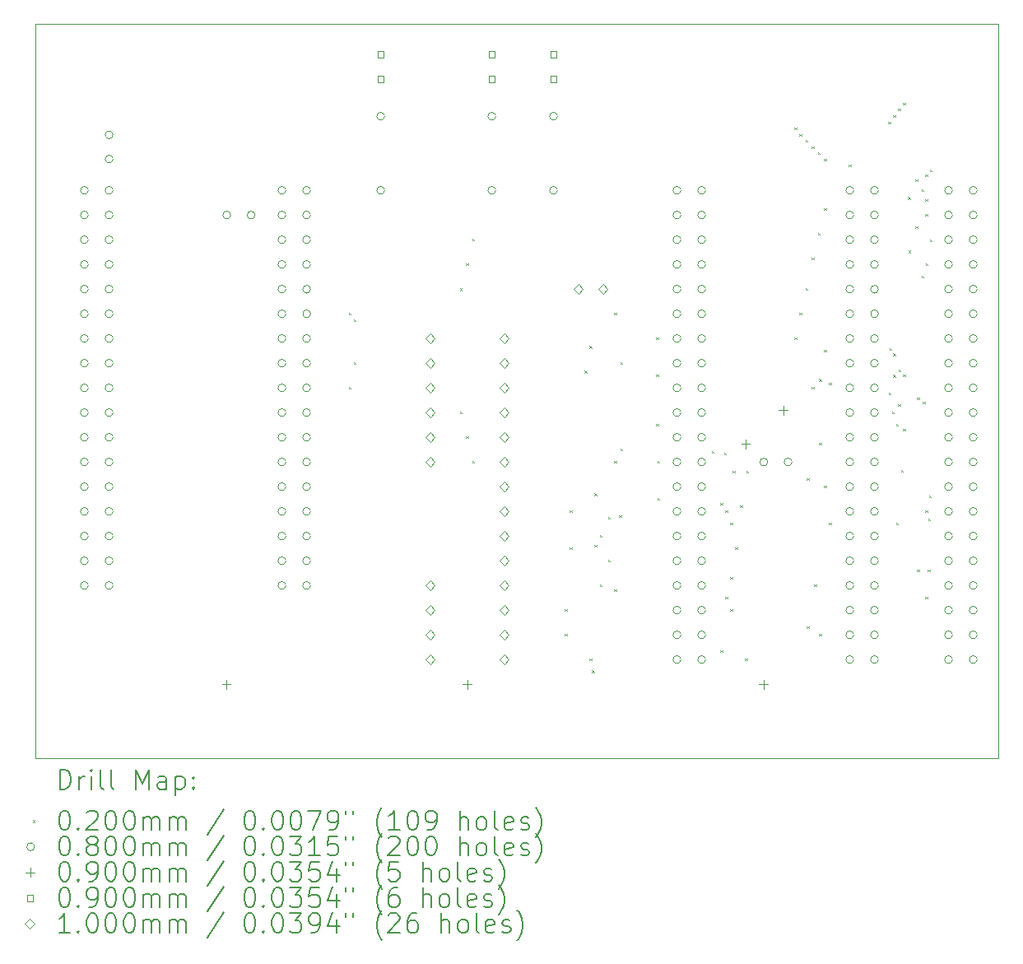
<source format=gbr>
%TF.GenerationSoftware,KiCad,Pcbnew,9.0.2*%
%TF.CreationDate,2026-02-09T22:24:12+09:00*%
%TF.ProjectId,EMUZ80_RP2040,454d555a-3830-45f5-9250-323034302e6b,Rev001*%
%TF.SameCoordinates,Original*%
%TF.FileFunction,Drillmap*%
%TF.FilePolarity,Positive*%
%FSLAX45Y45*%
G04 Gerber Fmt 4.5, Leading zero omitted, Abs format (unit mm)*
G04 Created by KiCad (PCBNEW 9.0.2) date 2026-02-09 22:24:12*
%MOMM*%
%LPD*%
G01*
G04 APERTURE LIST*
%ADD10C,0.100000*%
%ADD11C,0.200000*%
G04 APERTURE END LIST*
D10*
X10338500Y-14227000D02*
X10338500Y-6670500D01*
X20244500Y-6670500D02*
X20244500Y-14227000D01*
X20244500Y-14227000D02*
X10338500Y-14227000D01*
X20244500Y-6670500D02*
X10338500Y-6670500D01*
D11*
D10*
X13567000Y-9644000D02*
X13587000Y-9664000D01*
X13587000Y-9644000D02*
X13567000Y-9664000D01*
X13567000Y-10407000D02*
X13587000Y-10427000D01*
X13587000Y-10407000D02*
X13567000Y-10427000D01*
X13617800Y-9708500D02*
X13637800Y-9728500D01*
X13637800Y-9708500D02*
X13617800Y-9728500D01*
X13617800Y-10153000D02*
X13637800Y-10173000D01*
X13637800Y-10153000D02*
X13617800Y-10173000D01*
X14710000Y-9392000D02*
X14730000Y-9412000D01*
X14730000Y-9392000D02*
X14710000Y-9412000D01*
X14710000Y-10661000D02*
X14730000Y-10681000D01*
X14730000Y-10661000D02*
X14710000Y-10681000D01*
X14773500Y-9137000D02*
X14793500Y-9157000D01*
X14793500Y-9137000D02*
X14773500Y-9157000D01*
X14773500Y-10915000D02*
X14793500Y-10935000D01*
X14793500Y-10915000D02*
X14773500Y-10935000D01*
X14837000Y-8883000D02*
X14857000Y-8903000D01*
X14857000Y-8883000D02*
X14837000Y-8903000D01*
X14837000Y-11169000D02*
X14857000Y-11189000D01*
X14857000Y-11169000D02*
X14837000Y-11189000D01*
X15789500Y-12693000D02*
X15809500Y-12713000D01*
X15809500Y-12693000D02*
X15789500Y-12713000D01*
X15789500Y-12947000D02*
X15809500Y-12967000D01*
X15809500Y-12947000D02*
X15789500Y-12967000D01*
X15840300Y-11677000D02*
X15860300Y-11697000D01*
X15860300Y-11677000D02*
X15840300Y-11697000D01*
X15840300Y-12058000D02*
X15860300Y-12078000D01*
X15860300Y-12058000D02*
X15840300Y-12078000D01*
X15992700Y-10239360D02*
X16012700Y-10259360D01*
X16012700Y-10239360D02*
X15992700Y-10259360D01*
X16043500Y-9985360D02*
X16063500Y-10005360D01*
X16063500Y-9985360D02*
X16043500Y-10005360D01*
X16043500Y-13201000D02*
X16063500Y-13221000D01*
X16063500Y-13201000D02*
X16043500Y-13221000D01*
X16068900Y-13322300D02*
X16088900Y-13342300D01*
X16088900Y-13322300D02*
X16068900Y-13342300D01*
X16094300Y-11502150D02*
X16114300Y-11522150D01*
X16114300Y-11502150D02*
X16094300Y-11522150D01*
X16094300Y-12032600D02*
X16114300Y-12052600D01*
X16114300Y-12032600D02*
X16094300Y-12052600D01*
X16147640Y-11931000D02*
X16167640Y-11951000D01*
X16167640Y-11931000D02*
X16147640Y-11951000D01*
X16147640Y-12439000D02*
X16167640Y-12459000D01*
X16167640Y-12439000D02*
X16147640Y-12459000D01*
X16234000Y-11740500D02*
X16254000Y-11760500D01*
X16254000Y-11740500D02*
X16234000Y-11760500D01*
X16234000Y-12185000D02*
X16254000Y-12205000D01*
X16254000Y-12185000D02*
X16234000Y-12205000D01*
X16297500Y-9645000D02*
X16317500Y-9665000D01*
X16317500Y-9645000D02*
X16297500Y-9665000D01*
X16297500Y-11169000D02*
X16317500Y-11189000D01*
X16317500Y-11169000D02*
X16297500Y-11189000D01*
X16297500Y-12489800D02*
X16317500Y-12509800D01*
X16317500Y-12489800D02*
X16297500Y-12509800D01*
X16348300Y-11727800D02*
X16368300Y-11747800D01*
X16368300Y-11727800D02*
X16348300Y-11747800D01*
X16361000Y-10153000D02*
X16381000Y-10173000D01*
X16381000Y-10153000D02*
X16361000Y-10173000D01*
X16361000Y-11042000D02*
X16381000Y-11062000D01*
X16381000Y-11042000D02*
X16361000Y-11062000D01*
X16729300Y-9899000D02*
X16749300Y-9919000D01*
X16749300Y-9899000D02*
X16729300Y-9919000D01*
X16729300Y-10280000D02*
X16749300Y-10300000D01*
X16749300Y-10280000D02*
X16729300Y-10300000D01*
X16729300Y-10788000D02*
X16749300Y-10808000D01*
X16749300Y-10788000D02*
X16729300Y-10808000D01*
X16742000Y-11169000D02*
X16762000Y-11189000D01*
X16762000Y-11169000D02*
X16742000Y-11189000D01*
X16742000Y-11550000D02*
X16762000Y-11570000D01*
X16762000Y-11550000D02*
X16742000Y-11570000D01*
X17300800Y-11067400D02*
X17320800Y-11087400D01*
X17320800Y-11067400D02*
X17300800Y-11087400D01*
X17389700Y-11600800D02*
X17409700Y-11620800D01*
X17409700Y-11600800D02*
X17389700Y-11620800D01*
X17389700Y-13116000D02*
X17409700Y-13136000D01*
X17409700Y-13116000D02*
X17389700Y-13136000D01*
X17427800Y-11080100D02*
X17447800Y-11100100D01*
X17447800Y-11080100D02*
X17427800Y-11100100D01*
X17440500Y-11677000D02*
X17460500Y-11697000D01*
X17460500Y-11677000D02*
X17440500Y-11697000D01*
X17440500Y-12566000D02*
X17460500Y-12586000D01*
X17460500Y-12566000D02*
X17440500Y-12586000D01*
X17491300Y-11804000D02*
X17511300Y-11824000D01*
X17511300Y-11804000D02*
X17491300Y-11824000D01*
X17491300Y-12359850D02*
X17511300Y-12379850D01*
X17511300Y-12359850D02*
X17491300Y-12379850D01*
X17491300Y-12693000D02*
X17511300Y-12713000D01*
X17511300Y-12693000D02*
X17491300Y-12713000D01*
X17516700Y-11270600D02*
X17536700Y-11290600D01*
X17536700Y-11270600D02*
X17516700Y-11290600D01*
X17542100Y-12058000D02*
X17562100Y-12078000D01*
X17562100Y-12058000D02*
X17542100Y-12078000D01*
X17592900Y-11626300D02*
X17612900Y-11646300D01*
X17612900Y-11626300D02*
X17592900Y-11646300D01*
X17643700Y-13201000D02*
X17663700Y-13221000D01*
X17663700Y-13201000D02*
X17643700Y-13221000D01*
X17656400Y-11270600D02*
X17676400Y-11290600D01*
X17676400Y-11270600D02*
X17656400Y-11290600D01*
X18151700Y-7740000D02*
X18171700Y-7760000D01*
X18171700Y-7740000D02*
X18151700Y-7760000D01*
X18151700Y-9899000D02*
X18171700Y-9919000D01*
X18171700Y-9899000D02*
X18151700Y-9919000D01*
X18202500Y-7803500D02*
X18222500Y-7823500D01*
X18222500Y-7803500D02*
X18202500Y-7823500D01*
X18202500Y-9645000D02*
X18222500Y-9665000D01*
X18222500Y-9645000D02*
X18202500Y-9665000D01*
X18266000Y-7867000D02*
X18286000Y-7887000D01*
X18286000Y-7867000D02*
X18266000Y-7887000D01*
X18266000Y-9391000D02*
X18286000Y-9411000D01*
X18286000Y-9391000D02*
X18266000Y-9411000D01*
X18278700Y-11346800D02*
X18298700Y-11366800D01*
X18298700Y-11346800D02*
X18278700Y-11366800D01*
X18278700Y-12867850D02*
X18298700Y-12887850D01*
X18298700Y-12867850D02*
X18278700Y-12887850D01*
X18329500Y-7930500D02*
X18349500Y-7950500D01*
X18349500Y-7930500D02*
X18329500Y-7950500D01*
X18329500Y-9073500D02*
X18349500Y-9093500D01*
X18349500Y-9073500D02*
X18329500Y-9093500D01*
X18329500Y-10407000D02*
X18349500Y-10427000D01*
X18349500Y-10407000D02*
X18329500Y-10427000D01*
X18353950Y-12439000D02*
X18373950Y-12459000D01*
X18373950Y-12439000D02*
X18353950Y-12459000D01*
X18393000Y-7994000D02*
X18413000Y-8014000D01*
X18413000Y-7994000D02*
X18393000Y-8014000D01*
X18393000Y-8819500D02*
X18413000Y-8839500D01*
X18413000Y-8819500D02*
X18393000Y-8839500D01*
X18405700Y-10323180D02*
X18425700Y-10343180D01*
X18425700Y-10323180D02*
X18405700Y-10343180D01*
X18405700Y-10978500D02*
X18425700Y-10998500D01*
X18425700Y-10978500D02*
X18405700Y-10998500D01*
X18405700Y-12947000D02*
X18425700Y-12967000D01*
X18425700Y-12947000D02*
X18405700Y-12967000D01*
X18456500Y-8057500D02*
X18476500Y-8077500D01*
X18476500Y-8057500D02*
X18456500Y-8077500D01*
X18456500Y-8565500D02*
X18476500Y-8585500D01*
X18476500Y-8565500D02*
X18456500Y-8585500D01*
X18456500Y-10026000D02*
X18476500Y-10046000D01*
X18476500Y-10026000D02*
X18456500Y-10046000D01*
X18456500Y-11423000D02*
X18476500Y-11443000D01*
X18476500Y-11423000D02*
X18456500Y-11443000D01*
X18507300Y-10363820D02*
X18527300Y-10383820D01*
X18527300Y-10363820D02*
X18507300Y-10383820D01*
X18507300Y-11804000D02*
X18527300Y-11824000D01*
X18527300Y-11804000D02*
X18507300Y-11824000D01*
X18710500Y-8121000D02*
X18730500Y-8141000D01*
X18730500Y-8121000D02*
X18710500Y-8141000D01*
X19116900Y-7676500D02*
X19136900Y-7696500D01*
X19136900Y-7676500D02*
X19116900Y-7696500D01*
X19121980Y-10462880D02*
X19141980Y-10482880D01*
X19141980Y-10462880D02*
X19121980Y-10482880D01*
X19127060Y-10004578D02*
X19147060Y-10024578D01*
X19147060Y-10004578D02*
X19127060Y-10024578D01*
X19155000Y-10661000D02*
X19175000Y-10681000D01*
X19175000Y-10661000D02*
X19155000Y-10681000D01*
X19167700Y-7613000D02*
X19187700Y-7633000D01*
X19187700Y-7613000D02*
X19167700Y-7633000D01*
X19167700Y-10061560D02*
X19187700Y-10081560D01*
X19187700Y-10061560D02*
X19167700Y-10081560D01*
X19167700Y-10282540D02*
X19187700Y-10302540D01*
X19187700Y-10282540D02*
X19167700Y-10302540D01*
X19195000Y-10788000D02*
X19215000Y-10808000D01*
X19215000Y-10788000D02*
X19195000Y-10808000D01*
X19195000Y-11804000D02*
X19215000Y-11824000D01*
X19215000Y-11804000D02*
X19195000Y-11824000D01*
X19218500Y-7544942D02*
X19238500Y-7564942D01*
X19238500Y-7544942D02*
X19218500Y-7564942D01*
X19218500Y-10584800D02*
X19238500Y-10604800D01*
X19238500Y-10584800D02*
X19218500Y-10604800D01*
X19219550Y-10229200D02*
X19239550Y-10249200D01*
X19239550Y-10229200D02*
X19219550Y-10249200D01*
X19246440Y-11257900D02*
X19266440Y-11277900D01*
X19266440Y-11257900D02*
X19246440Y-11277900D01*
X19269300Y-7486000D02*
X19289300Y-7506000D01*
X19289300Y-7486000D02*
X19269300Y-7506000D01*
X19269300Y-10280000D02*
X19289300Y-10300000D01*
X19289300Y-10280000D02*
X19269300Y-10300000D01*
X19269300Y-10838800D02*
X19289300Y-10858800D01*
X19289300Y-10838800D02*
X19269300Y-10858800D01*
X19320100Y-8454150D02*
X19340100Y-8474150D01*
X19340100Y-8454150D02*
X19320100Y-8474150D01*
X19325180Y-9002380D02*
X19345180Y-9022380D01*
X19345180Y-9002380D02*
X19325180Y-9022380D01*
X19396300Y-8273400D02*
X19416300Y-8293400D01*
X19416300Y-8273400D02*
X19396300Y-8293400D01*
X19396300Y-8756000D02*
X19416300Y-8776000D01*
X19416300Y-8756000D02*
X19396300Y-8776000D01*
X19411540Y-10513680D02*
X19431540Y-10533680D01*
X19431540Y-10513680D02*
X19411540Y-10533680D01*
X19411540Y-12286600D02*
X19431540Y-12306600D01*
X19431540Y-12286600D02*
X19411540Y-12306600D01*
X19457260Y-8375000D02*
X19477260Y-8395000D01*
X19477260Y-8375000D02*
X19457260Y-8395000D01*
X19457260Y-9264000D02*
X19477260Y-9284000D01*
X19477260Y-9264000D02*
X19457260Y-9284000D01*
X19472500Y-10559400D02*
X19492500Y-10579400D01*
X19492500Y-10559400D02*
X19472500Y-10579400D01*
X19497900Y-8222600D02*
X19517900Y-8242600D01*
X19517900Y-8222600D02*
X19497900Y-8242600D01*
X19497900Y-8474600D02*
X19517900Y-8494600D01*
X19517900Y-8474600D02*
X19497900Y-8494600D01*
X19497900Y-8629000D02*
X19517900Y-8649000D01*
X19517900Y-8629000D02*
X19497900Y-8649000D01*
X19497900Y-11677000D02*
X19517900Y-11697000D01*
X19517900Y-11677000D02*
X19497900Y-11697000D01*
X19497900Y-12566000D02*
X19517900Y-12586000D01*
X19517900Y-12566000D02*
X19497900Y-12586000D01*
X19501550Y-9137000D02*
X19521550Y-9157000D01*
X19521550Y-9137000D02*
X19501550Y-9157000D01*
X19523300Y-12286600D02*
X19543300Y-12306600D01*
X19543300Y-12286600D02*
X19523300Y-12306600D01*
X19528380Y-11758280D02*
X19548380Y-11778280D01*
X19548380Y-11758280D02*
X19528380Y-11778280D01*
X19535050Y-11524600D02*
X19555050Y-11544600D01*
X19555050Y-11524600D02*
X19535050Y-11544600D01*
X19541080Y-8171800D02*
X19561080Y-8191800D01*
X19561080Y-8171800D02*
X19541080Y-8191800D01*
X19543620Y-8888080D02*
X19563620Y-8908080D01*
X19563620Y-8888080D02*
X19543620Y-8908080D01*
X10886500Y-8385000D02*
G75*
G02*
X10806500Y-8385000I-40000J0D01*
G01*
X10806500Y-8385000D02*
G75*
G02*
X10886500Y-8385000I40000J0D01*
G01*
X10886500Y-8639000D02*
G75*
G02*
X10806500Y-8639000I-40000J0D01*
G01*
X10806500Y-8639000D02*
G75*
G02*
X10886500Y-8639000I40000J0D01*
G01*
X10886500Y-8893000D02*
G75*
G02*
X10806500Y-8893000I-40000J0D01*
G01*
X10806500Y-8893000D02*
G75*
G02*
X10886500Y-8893000I40000J0D01*
G01*
X10886500Y-9147000D02*
G75*
G02*
X10806500Y-9147000I-40000J0D01*
G01*
X10806500Y-9147000D02*
G75*
G02*
X10886500Y-9147000I40000J0D01*
G01*
X10886500Y-9401000D02*
G75*
G02*
X10806500Y-9401000I-40000J0D01*
G01*
X10806500Y-9401000D02*
G75*
G02*
X10886500Y-9401000I40000J0D01*
G01*
X10886500Y-9655000D02*
G75*
G02*
X10806500Y-9655000I-40000J0D01*
G01*
X10806500Y-9655000D02*
G75*
G02*
X10886500Y-9655000I40000J0D01*
G01*
X10886500Y-9909000D02*
G75*
G02*
X10806500Y-9909000I-40000J0D01*
G01*
X10806500Y-9909000D02*
G75*
G02*
X10886500Y-9909000I40000J0D01*
G01*
X10886500Y-10163000D02*
G75*
G02*
X10806500Y-10163000I-40000J0D01*
G01*
X10806500Y-10163000D02*
G75*
G02*
X10886500Y-10163000I40000J0D01*
G01*
X10886500Y-10417000D02*
G75*
G02*
X10806500Y-10417000I-40000J0D01*
G01*
X10806500Y-10417000D02*
G75*
G02*
X10886500Y-10417000I40000J0D01*
G01*
X10886500Y-10671000D02*
G75*
G02*
X10806500Y-10671000I-40000J0D01*
G01*
X10806500Y-10671000D02*
G75*
G02*
X10886500Y-10671000I40000J0D01*
G01*
X10886500Y-10925000D02*
G75*
G02*
X10806500Y-10925000I-40000J0D01*
G01*
X10806500Y-10925000D02*
G75*
G02*
X10886500Y-10925000I40000J0D01*
G01*
X10886500Y-11179000D02*
G75*
G02*
X10806500Y-11179000I-40000J0D01*
G01*
X10806500Y-11179000D02*
G75*
G02*
X10886500Y-11179000I40000J0D01*
G01*
X10886500Y-11433000D02*
G75*
G02*
X10806500Y-11433000I-40000J0D01*
G01*
X10806500Y-11433000D02*
G75*
G02*
X10886500Y-11433000I40000J0D01*
G01*
X10886500Y-11687000D02*
G75*
G02*
X10806500Y-11687000I-40000J0D01*
G01*
X10806500Y-11687000D02*
G75*
G02*
X10886500Y-11687000I40000J0D01*
G01*
X10886500Y-11941000D02*
G75*
G02*
X10806500Y-11941000I-40000J0D01*
G01*
X10806500Y-11941000D02*
G75*
G02*
X10886500Y-11941000I40000J0D01*
G01*
X10886500Y-12195000D02*
G75*
G02*
X10806500Y-12195000I-40000J0D01*
G01*
X10806500Y-12195000D02*
G75*
G02*
X10886500Y-12195000I40000J0D01*
G01*
X10886500Y-12449000D02*
G75*
G02*
X10806500Y-12449000I-40000J0D01*
G01*
X10806500Y-12449000D02*
G75*
G02*
X10886500Y-12449000I40000J0D01*
G01*
X11140500Y-7813500D02*
G75*
G02*
X11060500Y-7813500I-40000J0D01*
G01*
X11060500Y-7813500D02*
G75*
G02*
X11140500Y-7813500I40000J0D01*
G01*
X11140500Y-8063500D02*
G75*
G02*
X11060500Y-8063500I-40000J0D01*
G01*
X11060500Y-8063500D02*
G75*
G02*
X11140500Y-8063500I40000J0D01*
G01*
X11140500Y-8385000D02*
G75*
G02*
X11060500Y-8385000I-40000J0D01*
G01*
X11060500Y-8385000D02*
G75*
G02*
X11140500Y-8385000I40000J0D01*
G01*
X11140500Y-8639000D02*
G75*
G02*
X11060500Y-8639000I-40000J0D01*
G01*
X11060500Y-8639000D02*
G75*
G02*
X11140500Y-8639000I40000J0D01*
G01*
X11140500Y-8893000D02*
G75*
G02*
X11060500Y-8893000I-40000J0D01*
G01*
X11060500Y-8893000D02*
G75*
G02*
X11140500Y-8893000I40000J0D01*
G01*
X11140500Y-9147000D02*
G75*
G02*
X11060500Y-9147000I-40000J0D01*
G01*
X11060500Y-9147000D02*
G75*
G02*
X11140500Y-9147000I40000J0D01*
G01*
X11140500Y-9401000D02*
G75*
G02*
X11060500Y-9401000I-40000J0D01*
G01*
X11060500Y-9401000D02*
G75*
G02*
X11140500Y-9401000I40000J0D01*
G01*
X11140500Y-9655000D02*
G75*
G02*
X11060500Y-9655000I-40000J0D01*
G01*
X11060500Y-9655000D02*
G75*
G02*
X11140500Y-9655000I40000J0D01*
G01*
X11140500Y-9909000D02*
G75*
G02*
X11060500Y-9909000I-40000J0D01*
G01*
X11060500Y-9909000D02*
G75*
G02*
X11140500Y-9909000I40000J0D01*
G01*
X11140500Y-10163000D02*
G75*
G02*
X11060500Y-10163000I-40000J0D01*
G01*
X11060500Y-10163000D02*
G75*
G02*
X11140500Y-10163000I40000J0D01*
G01*
X11140500Y-10417000D02*
G75*
G02*
X11060500Y-10417000I-40000J0D01*
G01*
X11060500Y-10417000D02*
G75*
G02*
X11140500Y-10417000I40000J0D01*
G01*
X11140500Y-10671000D02*
G75*
G02*
X11060500Y-10671000I-40000J0D01*
G01*
X11060500Y-10671000D02*
G75*
G02*
X11140500Y-10671000I40000J0D01*
G01*
X11140500Y-10925000D02*
G75*
G02*
X11060500Y-10925000I-40000J0D01*
G01*
X11060500Y-10925000D02*
G75*
G02*
X11140500Y-10925000I40000J0D01*
G01*
X11140500Y-11179000D02*
G75*
G02*
X11060500Y-11179000I-40000J0D01*
G01*
X11060500Y-11179000D02*
G75*
G02*
X11140500Y-11179000I40000J0D01*
G01*
X11140500Y-11433000D02*
G75*
G02*
X11060500Y-11433000I-40000J0D01*
G01*
X11060500Y-11433000D02*
G75*
G02*
X11140500Y-11433000I40000J0D01*
G01*
X11140500Y-11687000D02*
G75*
G02*
X11060500Y-11687000I-40000J0D01*
G01*
X11060500Y-11687000D02*
G75*
G02*
X11140500Y-11687000I40000J0D01*
G01*
X11140500Y-11941000D02*
G75*
G02*
X11060500Y-11941000I-40000J0D01*
G01*
X11060500Y-11941000D02*
G75*
G02*
X11140500Y-11941000I40000J0D01*
G01*
X11140500Y-12195000D02*
G75*
G02*
X11060500Y-12195000I-40000J0D01*
G01*
X11060500Y-12195000D02*
G75*
G02*
X11140500Y-12195000I40000J0D01*
G01*
X11140500Y-12449000D02*
G75*
G02*
X11060500Y-12449000I-40000J0D01*
G01*
X11060500Y-12449000D02*
G75*
G02*
X11140500Y-12449000I40000J0D01*
G01*
X12351000Y-8639000D02*
G75*
G02*
X12271000Y-8639000I-40000J0D01*
G01*
X12271000Y-8639000D02*
G75*
G02*
X12351000Y-8639000I40000J0D01*
G01*
X12601000Y-8639000D02*
G75*
G02*
X12521000Y-8639000I-40000J0D01*
G01*
X12521000Y-8639000D02*
G75*
G02*
X12601000Y-8639000I40000J0D01*
G01*
X12918500Y-8385000D02*
G75*
G02*
X12838500Y-8385000I-40000J0D01*
G01*
X12838500Y-8385000D02*
G75*
G02*
X12918500Y-8385000I40000J0D01*
G01*
X12918500Y-8639000D02*
G75*
G02*
X12838500Y-8639000I-40000J0D01*
G01*
X12838500Y-8639000D02*
G75*
G02*
X12918500Y-8639000I40000J0D01*
G01*
X12918500Y-8893000D02*
G75*
G02*
X12838500Y-8893000I-40000J0D01*
G01*
X12838500Y-8893000D02*
G75*
G02*
X12918500Y-8893000I40000J0D01*
G01*
X12918500Y-9147000D02*
G75*
G02*
X12838500Y-9147000I-40000J0D01*
G01*
X12838500Y-9147000D02*
G75*
G02*
X12918500Y-9147000I40000J0D01*
G01*
X12918500Y-9401000D02*
G75*
G02*
X12838500Y-9401000I-40000J0D01*
G01*
X12838500Y-9401000D02*
G75*
G02*
X12918500Y-9401000I40000J0D01*
G01*
X12918500Y-9655000D02*
G75*
G02*
X12838500Y-9655000I-40000J0D01*
G01*
X12838500Y-9655000D02*
G75*
G02*
X12918500Y-9655000I40000J0D01*
G01*
X12918500Y-9909000D02*
G75*
G02*
X12838500Y-9909000I-40000J0D01*
G01*
X12838500Y-9909000D02*
G75*
G02*
X12918500Y-9909000I40000J0D01*
G01*
X12918500Y-10163000D02*
G75*
G02*
X12838500Y-10163000I-40000J0D01*
G01*
X12838500Y-10163000D02*
G75*
G02*
X12918500Y-10163000I40000J0D01*
G01*
X12918500Y-10417000D02*
G75*
G02*
X12838500Y-10417000I-40000J0D01*
G01*
X12838500Y-10417000D02*
G75*
G02*
X12918500Y-10417000I40000J0D01*
G01*
X12918500Y-10671000D02*
G75*
G02*
X12838500Y-10671000I-40000J0D01*
G01*
X12838500Y-10671000D02*
G75*
G02*
X12918500Y-10671000I40000J0D01*
G01*
X12918500Y-10925000D02*
G75*
G02*
X12838500Y-10925000I-40000J0D01*
G01*
X12838500Y-10925000D02*
G75*
G02*
X12918500Y-10925000I40000J0D01*
G01*
X12918500Y-11179000D02*
G75*
G02*
X12838500Y-11179000I-40000J0D01*
G01*
X12838500Y-11179000D02*
G75*
G02*
X12918500Y-11179000I40000J0D01*
G01*
X12918500Y-11433000D02*
G75*
G02*
X12838500Y-11433000I-40000J0D01*
G01*
X12838500Y-11433000D02*
G75*
G02*
X12918500Y-11433000I40000J0D01*
G01*
X12918500Y-11687000D02*
G75*
G02*
X12838500Y-11687000I-40000J0D01*
G01*
X12838500Y-11687000D02*
G75*
G02*
X12918500Y-11687000I40000J0D01*
G01*
X12918500Y-11941000D02*
G75*
G02*
X12838500Y-11941000I-40000J0D01*
G01*
X12838500Y-11941000D02*
G75*
G02*
X12918500Y-11941000I40000J0D01*
G01*
X12918500Y-12195000D02*
G75*
G02*
X12838500Y-12195000I-40000J0D01*
G01*
X12838500Y-12195000D02*
G75*
G02*
X12918500Y-12195000I40000J0D01*
G01*
X12918500Y-12449000D02*
G75*
G02*
X12838500Y-12449000I-40000J0D01*
G01*
X12838500Y-12449000D02*
G75*
G02*
X12918500Y-12449000I40000J0D01*
G01*
X13172500Y-8385000D02*
G75*
G02*
X13092500Y-8385000I-40000J0D01*
G01*
X13092500Y-8385000D02*
G75*
G02*
X13172500Y-8385000I40000J0D01*
G01*
X13172500Y-8639000D02*
G75*
G02*
X13092500Y-8639000I-40000J0D01*
G01*
X13092500Y-8639000D02*
G75*
G02*
X13172500Y-8639000I40000J0D01*
G01*
X13172500Y-8893000D02*
G75*
G02*
X13092500Y-8893000I-40000J0D01*
G01*
X13092500Y-8893000D02*
G75*
G02*
X13172500Y-8893000I40000J0D01*
G01*
X13172500Y-9147000D02*
G75*
G02*
X13092500Y-9147000I-40000J0D01*
G01*
X13092500Y-9147000D02*
G75*
G02*
X13172500Y-9147000I40000J0D01*
G01*
X13172500Y-9402000D02*
G75*
G02*
X13092500Y-9402000I-40000J0D01*
G01*
X13092500Y-9402000D02*
G75*
G02*
X13172500Y-9402000I40000J0D01*
G01*
X13172500Y-9654000D02*
G75*
G02*
X13092500Y-9654000I-40000J0D01*
G01*
X13092500Y-9654000D02*
G75*
G02*
X13172500Y-9654000I40000J0D01*
G01*
X13172500Y-9909000D02*
G75*
G02*
X13092500Y-9909000I-40000J0D01*
G01*
X13092500Y-9909000D02*
G75*
G02*
X13172500Y-9909000I40000J0D01*
G01*
X13172500Y-10163000D02*
G75*
G02*
X13092500Y-10163000I-40000J0D01*
G01*
X13092500Y-10163000D02*
G75*
G02*
X13172500Y-10163000I40000J0D01*
G01*
X13172500Y-10417000D02*
G75*
G02*
X13092500Y-10417000I-40000J0D01*
G01*
X13092500Y-10417000D02*
G75*
G02*
X13172500Y-10417000I40000J0D01*
G01*
X13172500Y-10671000D02*
G75*
G02*
X13092500Y-10671000I-40000J0D01*
G01*
X13092500Y-10671000D02*
G75*
G02*
X13172500Y-10671000I40000J0D01*
G01*
X13172500Y-10925000D02*
G75*
G02*
X13092500Y-10925000I-40000J0D01*
G01*
X13092500Y-10925000D02*
G75*
G02*
X13172500Y-10925000I40000J0D01*
G01*
X13172500Y-11179000D02*
G75*
G02*
X13092500Y-11179000I-40000J0D01*
G01*
X13092500Y-11179000D02*
G75*
G02*
X13172500Y-11179000I40000J0D01*
G01*
X13172500Y-11433000D02*
G75*
G02*
X13092500Y-11433000I-40000J0D01*
G01*
X13092500Y-11433000D02*
G75*
G02*
X13172500Y-11433000I40000J0D01*
G01*
X13172500Y-11687000D02*
G75*
G02*
X13092500Y-11687000I-40000J0D01*
G01*
X13092500Y-11687000D02*
G75*
G02*
X13172500Y-11687000I40000J0D01*
G01*
X13172500Y-11941000D02*
G75*
G02*
X13092500Y-11941000I-40000J0D01*
G01*
X13092500Y-11941000D02*
G75*
G02*
X13172500Y-11941000I40000J0D01*
G01*
X13172500Y-12195000D02*
G75*
G02*
X13092500Y-12195000I-40000J0D01*
G01*
X13092500Y-12195000D02*
G75*
G02*
X13172500Y-12195000I40000J0D01*
G01*
X13172500Y-12449000D02*
G75*
G02*
X13092500Y-12449000I-40000J0D01*
G01*
X13092500Y-12449000D02*
G75*
G02*
X13172500Y-12449000I40000J0D01*
G01*
X13934500Y-7623000D02*
G75*
G02*
X13854500Y-7623000I-40000J0D01*
G01*
X13854500Y-7623000D02*
G75*
G02*
X13934500Y-7623000I40000J0D01*
G01*
X13934500Y-8385000D02*
G75*
G02*
X13854500Y-8385000I-40000J0D01*
G01*
X13854500Y-8385000D02*
G75*
G02*
X13934500Y-8385000I40000J0D01*
G01*
X15077500Y-7623000D02*
G75*
G02*
X14997500Y-7623000I-40000J0D01*
G01*
X14997500Y-7623000D02*
G75*
G02*
X15077500Y-7623000I40000J0D01*
G01*
X15077500Y-8385000D02*
G75*
G02*
X14997500Y-8385000I-40000J0D01*
G01*
X14997500Y-8385000D02*
G75*
G02*
X15077500Y-8385000I40000J0D01*
G01*
X15712500Y-7623000D02*
G75*
G02*
X15632500Y-7623000I-40000J0D01*
G01*
X15632500Y-7623000D02*
G75*
G02*
X15712500Y-7623000I40000J0D01*
G01*
X15712500Y-8385000D02*
G75*
G02*
X15632500Y-8385000I-40000J0D01*
G01*
X15632500Y-8385000D02*
G75*
G02*
X15712500Y-8385000I40000J0D01*
G01*
X16982500Y-8385000D02*
G75*
G02*
X16902500Y-8385000I-40000J0D01*
G01*
X16902500Y-8385000D02*
G75*
G02*
X16982500Y-8385000I40000J0D01*
G01*
X16982500Y-8639000D02*
G75*
G02*
X16902500Y-8639000I-40000J0D01*
G01*
X16902500Y-8639000D02*
G75*
G02*
X16982500Y-8639000I40000J0D01*
G01*
X16982500Y-8893000D02*
G75*
G02*
X16902500Y-8893000I-40000J0D01*
G01*
X16902500Y-8893000D02*
G75*
G02*
X16982500Y-8893000I40000J0D01*
G01*
X16982500Y-9147000D02*
G75*
G02*
X16902500Y-9147000I-40000J0D01*
G01*
X16902500Y-9147000D02*
G75*
G02*
X16982500Y-9147000I40000J0D01*
G01*
X16982500Y-9401000D02*
G75*
G02*
X16902500Y-9401000I-40000J0D01*
G01*
X16902500Y-9401000D02*
G75*
G02*
X16982500Y-9401000I40000J0D01*
G01*
X16982500Y-9655000D02*
G75*
G02*
X16902500Y-9655000I-40000J0D01*
G01*
X16902500Y-9655000D02*
G75*
G02*
X16982500Y-9655000I40000J0D01*
G01*
X16982500Y-9909000D02*
G75*
G02*
X16902500Y-9909000I-40000J0D01*
G01*
X16902500Y-9909000D02*
G75*
G02*
X16982500Y-9909000I40000J0D01*
G01*
X16982500Y-10163000D02*
G75*
G02*
X16902500Y-10163000I-40000J0D01*
G01*
X16902500Y-10163000D02*
G75*
G02*
X16982500Y-10163000I40000J0D01*
G01*
X16982500Y-10417000D02*
G75*
G02*
X16902500Y-10417000I-40000J0D01*
G01*
X16902500Y-10417000D02*
G75*
G02*
X16982500Y-10417000I40000J0D01*
G01*
X16982500Y-10671000D02*
G75*
G02*
X16902500Y-10671000I-40000J0D01*
G01*
X16902500Y-10671000D02*
G75*
G02*
X16982500Y-10671000I40000J0D01*
G01*
X16982500Y-10925000D02*
G75*
G02*
X16902500Y-10925000I-40000J0D01*
G01*
X16902500Y-10925000D02*
G75*
G02*
X16982500Y-10925000I40000J0D01*
G01*
X16982500Y-11179000D02*
G75*
G02*
X16902500Y-11179000I-40000J0D01*
G01*
X16902500Y-11179000D02*
G75*
G02*
X16982500Y-11179000I40000J0D01*
G01*
X16982500Y-11433000D02*
G75*
G02*
X16902500Y-11433000I-40000J0D01*
G01*
X16902500Y-11433000D02*
G75*
G02*
X16982500Y-11433000I40000J0D01*
G01*
X16982500Y-11687000D02*
G75*
G02*
X16902500Y-11687000I-40000J0D01*
G01*
X16902500Y-11687000D02*
G75*
G02*
X16982500Y-11687000I40000J0D01*
G01*
X16982500Y-11941000D02*
G75*
G02*
X16902500Y-11941000I-40000J0D01*
G01*
X16902500Y-11941000D02*
G75*
G02*
X16982500Y-11941000I40000J0D01*
G01*
X16982500Y-12195000D02*
G75*
G02*
X16902500Y-12195000I-40000J0D01*
G01*
X16902500Y-12195000D02*
G75*
G02*
X16982500Y-12195000I40000J0D01*
G01*
X16982500Y-12449000D02*
G75*
G02*
X16902500Y-12449000I-40000J0D01*
G01*
X16902500Y-12449000D02*
G75*
G02*
X16982500Y-12449000I40000J0D01*
G01*
X16982500Y-12703000D02*
G75*
G02*
X16902500Y-12703000I-40000J0D01*
G01*
X16902500Y-12703000D02*
G75*
G02*
X16982500Y-12703000I40000J0D01*
G01*
X16982500Y-12957000D02*
G75*
G02*
X16902500Y-12957000I-40000J0D01*
G01*
X16902500Y-12957000D02*
G75*
G02*
X16982500Y-12957000I40000J0D01*
G01*
X16982500Y-13211000D02*
G75*
G02*
X16902500Y-13211000I-40000J0D01*
G01*
X16902500Y-13211000D02*
G75*
G02*
X16982500Y-13211000I40000J0D01*
G01*
X17236500Y-8385000D02*
G75*
G02*
X17156500Y-8385000I-40000J0D01*
G01*
X17156500Y-8385000D02*
G75*
G02*
X17236500Y-8385000I40000J0D01*
G01*
X17236500Y-8639000D02*
G75*
G02*
X17156500Y-8639000I-40000J0D01*
G01*
X17156500Y-8639000D02*
G75*
G02*
X17236500Y-8639000I40000J0D01*
G01*
X17236500Y-8893000D02*
G75*
G02*
X17156500Y-8893000I-40000J0D01*
G01*
X17156500Y-8893000D02*
G75*
G02*
X17236500Y-8893000I40000J0D01*
G01*
X17236500Y-9147000D02*
G75*
G02*
X17156500Y-9147000I-40000J0D01*
G01*
X17156500Y-9147000D02*
G75*
G02*
X17236500Y-9147000I40000J0D01*
G01*
X17236500Y-9401000D02*
G75*
G02*
X17156500Y-9401000I-40000J0D01*
G01*
X17156500Y-9401000D02*
G75*
G02*
X17236500Y-9401000I40000J0D01*
G01*
X17236500Y-9655000D02*
G75*
G02*
X17156500Y-9655000I-40000J0D01*
G01*
X17156500Y-9655000D02*
G75*
G02*
X17236500Y-9655000I40000J0D01*
G01*
X17236500Y-9909000D02*
G75*
G02*
X17156500Y-9909000I-40000J0D01*
G01*
X17156500Y-9909000D02*
G75*
G02*
X17236500Y-9909000I40000J0D01*
G01*
X17236500Y-10163000D02*
G75*
G02*
X17156500Y-10163000I-40000J0D01*
G01*
X17156500Y-10163000D02*
G75*
G02*
X17236500Y-10163000I40000J0D01*
G01*
X17236500Y-10417000D02*
G75*
G02*
X17156500Y-10417000I-40000J0D01*
G01*
X17156500Y-10417000D02*
G75*
G02*
X17236500Y-10417000I40000J0D01*
G01*
X17236500Y-10671000D02*
G75*
G02*
X17156500Y-10671000I-40000J0D01*
G01*
X17156500Y-10671000D02*
G75*
G02*
X17236500Y-10671000I40000J0D01*
G01*
X17236500Y-10925000D02*
G75*
G02*
X17156500Y-10925000I-40000J0D01*
G01*
X17156500Y-10925000D02*
G75*
G02*
X17236500Y-10925000I40000J0D01*
G01*
X17236500Y-11179000D02*
G75*
G02*
X17156500Y-11179000I-40000J0D01*
G01*
X17156500Y-11179000D02*
G75*
G02*
X17236500Y-11179000I40000J0D01*
G01*
X17236500Y-11433000D02*
G75*
G02*
X17156500Y-11433000I-40000J0D01*
G01*
X17156500Y-11433000D02*
G75*
G02*
X17236500Y-11433000I40000J0D01*
G01*
X17236500Y-11687000D02*
G75*
G02*
X17156500Y-11687000I-40000J0D01*
G01*
X17156500Y-11687000D02*
G75*
G02*
X17236500Y-11687000I40000J0D01*
G01*
X17236500Y-11941000D02*
G75*
G02*
X17156500Y-11941000I-40000J0D01*
G01*
X17156500Y-11941000D02*
G75*
G02*
X17236500Y-11941000I40000J0D01*
G01*
X17236500Y-12195000D02*
G75*
G02*
X17156500Y-12195000I-40000J0D01*
G01*
X17156500Y-12195000D02*
G75*
G02*
X17236500Y-12195000I40000J0D01*
G01*
X17236500Y-12449000D02*
G75*
G02*
X17156500Y-12449000I-40000J0D01*
G01*
X17156500Y-12449000D02*
G75*
G02*
X17236500Y-12449000I40000J0D01*
G01*
X17236500Y-12703000D02*
G75*
G02*
X17156500Y-12703000I-40000J0D01*
G01*
X17156500Y-12703000D02*
G75*
G02*
X17236500Y-12703000I40000J0D01*
G01*
X17236500Y-12957000D02*
G75*
G02*
X17156500Y-12957000I-40000J0D01*
G01*
X17156500Y-12957000D02*
G75*
G02*
X17236500Y-12957000I40000J0D01*
G01*
X17236500Y-13211000D02*
G75*
G02*
X17156500Y-13211000I-40000J0D01*
G01*
X17156500Y-13211000D02*
G75*
G02*
X17236500Y-13211000I40000J0D01*
G01*
X17875500Y-11179000D02*
G75*
G02*
X17795500Y-11179000I-40000J0D01*
G01*
X17795500Y-11179000D02*
G75*
G02*
X17875500Y-11179000I40000J0D01*
G01*
X18125500Y-11179000D02*
G75*
G02*
X18045500Y-11179000I-40000J0D01*
G01*
X18045500Y-11179000D02*
G75*
G02*
X18125500Y-11179000I40000J0D01*
G01*
X18760500Y-8385000D02*
G75*
G02*
X18680500Y-8385000I-40000J0D01*
G01*
X18680500Y-8385000D02*
G75*
G02*
X18760500Y-8385000I40000J0D01*
G01*
X18760500Y-8639000D02*
G75*
G02*
X18680500Y-8639000I-40000J0D01*
G01*
X18680500Y-8639000D02*
G75*
G02*
X18760500Y-8639000I40000J0D01*
G01*
X18760500Y-8893000D02*
G75*
G02*
X18680500Y-8893000I-40000J0D01*
G01*
X18680500Y-8893000D02*
G75*
G02*
X18760500Y-8893000I40000J0D01*
G01*
X18760500Y-9147000D02*
G75*
G02*
X18680500Y-9147000I-40000J0D01*
G01*
X18680500Y-9147000D02*
G75*
G02*
X18760500Y-9147000I40000J0D01*
G01*
X18760500Y-9401000D02*
G75*
G02*
X18680500Y-9401000I-40000J0D01*
G01*
X18680500Y-9401000D02*
G75*
G02*
X18760500Y-9401000I40000J0D01*
G01*
X18760500Y-9655000D02*
G75*
G02*
X18680500Y-9655000I-40000J0D01*
G01*
X18680500Y-9655000D02*
G75*
G02*
X18760500Y-9655000I40000J0D01*
G01*
X18760500Y-9909000D02*
G75*
G02*
X18680500Y-9909000I-40000J0D01*
G01*
X18680500Y-9909000D02*
G75*
G02*
X18760500Y-9909000I40000J0D01*
G01*
X18760500Y-10163000D02*
G75*
G02*
X18680500Y-10163000I-40000J0D01*
G01*
X18680500Y-10163000D02*
G75*
G02*
X18760500Y-10163000I40000J0D01*
G01*
X18760500Y-10417000D02*
G75*
G02*
X18680500Y-10417000I-40000J0D01*
G01*
X18680500Y-10417000D02*
G75*
G02*
X18760500Y-10417000I40000J0D01*
G01*
X18760500Y-10671000D02*
G75*
G02*
X18680500Y-10671000I-40000J0D01*
G01*
X18680500Y-10671000D02*
G75*
G02*
X18760500Y-10671000I40000J0D01*
G01*
X18760500Y-10925000D02*
G75*
G02*
X18680500Y-10925000I-40000J0D01*
G01*
X18680500Y-10925000D02*
G75*
G02*
X18760500Y-10925000I40000J0D01*
G01*
X18760500Y-11179000D02*
G75*
G02*
X18680500Y-11179000I-40000J0D01*
G01*
X18680500Y-11179000D02*
G75*
G02*
X18760500Y-11179000I40000J0D01*
G01*
X18760500Y-11433000D02*
G75*
G02*
X18680500Y-11433000I-40000J0D01*
G01*
X18680500Y-11433000D02*
G75*
G02*
X18760500Y-11433000I40000J0D01*
G01*
X18760500Y-11687000D02*
G75*
G02*
X18680500Y-11687000I-40000J0D01*
G01*
X18680500Y-11687000D02*
G75*
G02*
X18760500Y-11687000I40000J0D01*
G01*
X18760500Y-11941000D02*
G75*
G02*
X18680500Y-11941000I-40000J0D01*
G01*
X18680500Y-11941000D02*
G75*
G02*
X18760500Y-11941000I40000J0D01*
G01*
X18760500Y-12195000D02*
G75*
G02*
X18680500Y-12195000I-40000J0D01*
G01*
X18680500Y-12195000D02*
G75*
G02*
X18760500Y-12195000I40000J0D01*
G01*
X18760500Y-12449000D02*
G75*
G02*
X18680500Y-12449000I-40000J0D01*
G01*
X18680500Y-12449000D02*
G75*
G02*
X18760500Y-12449000I40000J0D01*
G01*
X18760500Y-12703000D02*
G75*
G02*
X18680500Y-12703000I-40000J0D01*
G01*
X18680500Y-12703000D02*
G75*
G02*
X18760500Y-12703000I40000J0D01*
G01*
X18760500Y-12957000D02*
G75*
G02*
X18680500Y-12957000I-40000J0D01*
G01*
X18680500Y-12957000D02*
G75*
G02*
X18760500Y-12957000I40000J0D01*
G01*
X18760500Y-13211000D02*
G75*
G02*
X18680500Y-13211000I-40000J0D01*
G01*
X18680500Y-13211000D02*
G75*
G02*
X18760500Y-13211000I40000J0D01*
G01*
X19014500Y-8385000D02*
G75*
G02*
X18934500Y-8385000I-40000J0D01*
G01*
X18934500Y-8385000D02*
G75*
G02*
X19014500Y-8385000I40000J0D01*
G01*
X19014500Y-8639000D02*
G75*
G02*
X18934500Y-8639000I-40000J0D01*
G01*
X18934500Y-8639000D02*
G75*
G02*
X19014500Y-8639000I40000J0D01*
G01*
X19014500Y-8893000D02*
G75*
G02*
X18934500Y-8893000I-40000J0D01*
G01*
X18934500Y-8893000D02*
G75*
G02*
X19014500Y-8893000I40000J0D01*
G01*
X19014500Y-9147000D02*
G75*
G02*
X18934500Y-9147000I-40000J0D01*
G01*
X18934500Y-9147000D02*
G75*
G02*
X19014500Y-9147000I40000J0D01*
G01*
X19014500Y-9402000D02*
G75*
G02*
X18934500Y-9402000I-40000J0D01*
G01*
X18934500Y-9402000D02*
G75*
G02*
X19014500Y-9402000I40000J0D01*
G01*
X19014500Y-9654000D02*
G75*
G02*
X18934500Y-9654000I-40000J0D01*
G01*
X18934500Y-9654000D02*
G75*
G02*
X19014500Y-9654000I40000J0D01*
G01*
X19014500Y-9909000D02*
G75*
G02*
X18934500Y-9909000I-40000J0D01*
G01*
X18934500Y-9909000D02*
G75*
G02*
X19014500Y-9909000I40000J0D01*
G01*
X19014500Y-10163000D02*
G75*
G02*
X18934500Y-10163000I-40000J0D01*
G01*
X18934500Y-10163000D02*
G75*
G02*
X19014500Y-10163000I40000J0D01*
G01*
X19014500Y-10417000D02*
G75*
G02*
X18934500Y-10417000I-40000J0D01*
G01*
X18934500Y-10417000D02*
G75*
G02*
X19014500Y-10417000I40000J0D01*
G01*
X19014500Y-10671000D02*
G75*
G02*
X18934500Y-10671000I-40000J0D01*
G01*
X18934500Y-10671000D02*
G75*
G02*
X19014500Y-10671000I40000J0D01*
G01*
X19014500Y-10925000D02*
G75*
G02*
X18934500Y-10925000I-40000J0D01*
G01*
X18934500Y-10925000D02*
G75*
G02*
X19014500Y-10925000I40000J0D01*
G01*
X19014500Y-11179000D02*
G75*
G02*
X18934500Y-11179000I-40000J0D01*
G01*
X18934500Y-11179000D02*
G75*
G02*
X19014500Y-11179000I40000J0D01*
G01*
X19014500Y-11433000D02*
G75*
G02*
X18934500Y-11433000I-40000J0D01*
G01*
X18934500Y-11433000D02*
G75*
G02*
X19014500Y-11433000I40000J0D01*
G01*
X19014500Y-11687000D02*
G75*
G02*
X18934500Y-11687000I-40000J0D01*
G01*
X18934500Y-11687000D02*
G75*
G02*
X19014500Y-11687000I40000J0D01*
G01*
X19014500Y-11941000D02*
G75*
G02*
X18934500Y-11941000I-40000J0D01*
G01*
X18934500Y-11941000D02*
G75*
G02*
X19014500Y-11941000I40000J0D01*
G01*
X19014500Y-12195000D02*
G75*
G02*
X18934500Y-12195000I-40000J0D01*
G01*
X18934500Y-12195000D02*
G75*
G02*
X19014500Y-12195000I40000J0D01*
G01*
X19014500Y-12449000D02*
G75*
G02*
X18934500Y-12449000I-40000J0D01*
G01*
X18934500Y-12449000D02*
G75*
G02*
X19014500Y-12449000I40000J0D01*
G01*
X19014500Y-12703000D02*
G75*
G02*
X18934500Y-12703000I-40000J0D01*
G01*
X18934500Y-12703000D02*
G75*
G02*
X19014500Y-12703000I40000J0D01*
G01*
X19014500Y-12957000D02*
G75*
G02*
X18934500Y-12957000I-40000J0D01*
G01*
X18934500Y-12957000D02*
G75*
G02*
X19014500Y-12957000I40000J0D01*
G01*
X19014500Y-13211000D02*
G75*
G02*
X18934500Y-13211000I-40000J0D01*
G01*
X18934500Y-13211000D02*
G75*
G02*
X19014500Y-13211000I40000J0D01*
G01*
X19776500Y-8385000D02*
G75*
G02*
X19696500Y-8385000I-40000J0D01*
G01*
X19696500Y-8385000D02*
G75*
G02*
X19776500Y-8385000I40000J0D01*
G01*
X19776500Y-8639000D02*
G75*
G02*
X19696500Y-8639000I-40000J0D01*
G01*
X19696500Y-8639000D02*
G75*
G02*
X19776500Y-8639000I40000J0D01*
G01*
X19776500Y-8893000D02*
G75*
G02*
X19696500Y-8893000I-40000J0D01*
G01*
X19696500Y-8893000D02*
G75*
G02*
X19776500Y-8893000I40000J0D01*
G01*
X19776500Y-9147000D02*
G75*
G02*
X19696500Y-9147000I-40000J0D01*
G01*
X19696500Y-9147000D02*
G75*
G02*
X19776500Y-9147000I40000J0D01*
G01*
X19776500Y-9401000D02*
G75*
G02*
X19696500Y-9401000I-40000J0D01*
G01*
X19696500Y-9401000D02*
G75*
G02*
X19776500Y-9401000I40000J0D01*
G01*
X19776500Y-9655000D02*
G75*
G02*
X19696500Y-9655000I-40000J0D01*
G01*
X19696500Y-9655000D02*
G75*
G02*
X19776500Y-9655000I40000J0D01*
G01*
X19776500Y-9909000D02*
G75*
G02*
X19696500Y-9909000I-40000J0D01*
G01*
X19696500Y-9909000D02*
G75*
G02*
X19776500Y-9909000I40000J0D01*
G01*
X19776500Y-10163000D02*
G75*
G02*
X19696500Y-10163000I-40000J0D01*
G01*
X19696500Y-10163000D02*
G75*
G02*
X19776500Y-10163000I40000J0D01*
G01*
X19776500Y-10417000D02*
G75*
G02*
X19696500Y-10417000I-40000J0D01*
G01*
X19696500Y-10417000D02*
G75*
G02*
X19776500Y-10417000I40000J0D01*
G01*
X19776500Y-10671000D02*
G75*
G02*
X19696500Y-10671000I-40000J0D01*
G01*
X19696500Y-10671000D02*
G75*
G02*
X19776500Y-10671000I40000J0D01*
G01*
X19776500Y-10925000D02*
G75*
G02*
X19696500Y-10925000I-40000J0D01*
G01*
X19696500Y-10925000D02*
G75*
G02*
X19776500Y-10925000I40000J0D01*
G01*
X19776500Y-11179000D02*
G75*
G02*
X19696500Y-11179000I-40000J0D01*
G01*
X19696500Y-11179000D02*
G75*
G02*
X19776500Y-11179000I40000J0D01*
G01*
X19776500Y-11433000D02*
G75*
G02*
X19696500Y-11433000I-40000J0D01*
G01*
X19696500Y-11433000D02*
G75*
G02*
X19776500Y-11433000I40000J0D01*
G01*
X19776500Y-11687000D02*
G75*
G02*
X19696500Y-11687000I-40000J0D01*
G01*
X19696500Y-11687000D02*
G75*
G02*
X19776500Y-11687000I40000J0D01*
G01*
X19776500Y-11941000D02*
G75*
G02*
X19696500Y-11941000I-40000J0D01*
G01*
X19696500Y-11941000D02*
G75*
G02*
X19776500Y-11941000I40000J0D01*
G01*
X19776500Y-12195000D02*
G75*
G02*
X19696500Y-12195000I-40000J0D01*
G01*
X19696500Y-12195000D02*
G75*
G02*
X19776500Y-12195000I40000J0D01*
G01*
X19776500Y-12449000D02*
G75*
G02*
X19696500Y-12449000I-40000J0D01*
G01*
X19696500Y-12449000D02*
G75*
G02*
X19776500Y-12449000I40000J0D01*
G01*
X19776500Y-12703000D02*
G75*
G02*
X19696500Y-12703000I-40000J0D01*
G01*
X19696500Y-12703000D02*
G75*
G02*
X19776500Y-12703000I40000J0D01*
G01*
X19776500Y-12957000D02*
G75*
G02*
X19696500Y-12957000I-40000J0D01*
G01*
X19696500Y-12957000D02*
G75*
G02*
X19776500Y-12957000I40000J0D01*
G01*
X19776500Y-13211000D02*
G75*
G02*
X19696500Y-13211000I-40000J0D01*
G01*
X19696500Y-13211000D02*
G75*
G02*
X19776500Y-13211000I40000J0D01*
G01*
X20030500Y-8385000D02*
G75*
G02*
X19950500Y-8385000I-40000J0D01*
G01*
X19950500Y-8385000D02*
G75*
G02*
X20030500Y-8385000I40000J0D01*
G01*
X20030500Y-8639000D02*
G75*
G02*
X19950500Y-8639000I-40000J0D01*
G01*
X19950500Y-8639000D02*
G75*
G02*
X20030500Y-8639000I40000J0D01*
G01*
X20030500Y-8893000D02*
G75*
G02*
X19950500Y-8893000I-40000J0D01*
G01*
X19950500Y-8893000D02*
G75*
G02*
X20030500Y-8893000I40000J0D01*
G01*
X20030500Y-9147000D02*
G75*
G02*
X19950500Y-9147000I-40000J0D01*
G01*
X19950500Y-9147000D02*
G75*
G02*
X20030500Y-9147000I40000J0D01*
G01*
X20030500Y-9401000D02*
G75*
G02*
X19950500Y-9401000I-40000J0D01*
G01*
X19950500Y-9401000D02*
G75*
G02*
X20030500Y-9401000I40000J0D01*
G01*
X20030500Y-9655000D02*
G75*
G02*
X19950500Y-9655000I-40000J0D01*
G01*
X19950500Y-9655000D02*
G75*
G02*
X20030500Y-9655000I40000J0D01*
G01*
X20030500Y-9909000D02*
G75*
G02*
X19950500Y-9909000I-40000J0D01*
G01*
X19950500Y-9909000D02*
G75*
G02*
X20030500Y-9909000I40000J0D01*
G01*
X20030500Y-10163000D02*
G75*
G02*
X19950500Y-10163000I-40000J0D01*
G01*
X19950500Y-10163000D02*
G75*
G02*
X20030500Y-10163000I40000J0D01*
G01*
X20030500Y-10417000D02*
G75*
G02*
X19950500Y-10417000I-40000J0D01*
G01*
X19950500Y-10417000D02*
G75*
G02*
X20030500Y-10417000I40000J0D01*
G01*
X20030500Y-10671000D02*
G75*
G02*
X19950500Y-10671000I-40000J0D01*
G01*
X19950500Y-10671000D02*
G75*
G02*
X20030500Y-10671000I40000J0D01*
G01*
X20030500Y-10925000D02*
G75*
G02*
X19950500Y-10925000I-40000J0D01*
G01*
X19950500Y-10925000D02*
G75*
G02*
X20030500Y-10925000I40000J0D01*
G01*
X20030500Y-11179000D02*
G75*
G02*
X19950500Y-11179000I-40000J0D01*
G01*
X19950500Y-11179000D02*
G75*
G02*
X20030500Y-11179000I40000J0D01*
G01*
X20030500Y-11433000D02*
G75*
G02*
X19950500Y-11433000I-40000J0D01*
G01*
X19950500Y-11433000D02*
G75*
G02*
X20030500Y-11433000I40000J0D01*
G01*
X20030500Y-11687000D02*
G75*
G02*
X19950500Y-11687000I-40000J0D01*
G01*
X19950500Y-11687000D02*
G75*
G02*
X20030500Y-11687000I40000J0D01*
G01*
X20030500Y-11941000D02*
G75*
G02*
X19950500Y-11941000I-40000J0D01*
G01*
X19950500Y-11941000D02*
G75*
G02*
X20030500Y-11941000I40000J0D01*
G01*
X20030500Y-12195000D02*
G75*
G02*
X19950500Y-12195000I-40000J0D01*
G01*
X19950500Y-12195000D02*
G75*
G02*
X20030500Y-12195000I40000J0D01*
G01*
X20030500Y-12449000D02*
G75*
G02*
X19950500Y-12449000I-40000J0D01*
G01*
X19950500Y-12449000D02*
G75*
G02*
X20030500Y-12449000I40000J0D01*
G01*
X20030500Y-12703000D02*
G75*
G02*
X19950500Y-12703000I-40000J0D01*
G01*
X19950500Y-12703000D02*
G75*
G02*
X20030500Y-12703000I40000J0D01*
G01*
X20030500Y-12957000D02*
G75*
G02*
X19950500Y-12957000I-40000J0D01*
G01*
X19950500Y-12957000D02*
G75*
G02*
X20030500Y-12957000I40000J0D01*
G01*
X20030500Y-13211000D02*
G75*
G02*
X19950500Y-13211000I-40000J0D01*
G01*
X19950500Y-13211000D02*
G75*
G02*
X20030500Y-13211000I40000J0D01*
G01*
X12307000Y-13420000D02*
X12307000Y-13510000D01*
X12262000Y-13465000D02*
X12352000Y-13465000D01*
X14783500Y-13420000D02*
X14783500Y-13510000D01*
X14738500Y-13465000D02*
X14828500Y-13465000D01*
X17649350Y-10947850D02*
X17649350Y-11037850D01*
X17604350Y-10992850D02*
X17694350Y-10992850D01*
X17831500Y-13420000D02*
X17831500Y-13510000D01*
X17786500Y-13465000D02*
X17876500Y-13465000D01*
X18034700Y-10600600D02*
X18034700Y-10690600D01*
X17989700Y-10645600D02*
X18079700Y-10645600D01*
X13926320Y-7019820D02*
X13926320Y-6956180D01*
X13862680Y-6956180D01*
X13862680Y-7019820D01*
X13926320Y-7019820D01*
X13926320Y-7273820D02*
X13926320Y-7210180D01*
X13862680Y-7210180D01*
X13862680Y-7273820D01*
X13926320Y-7273820D01*
X15069320Y-7019820D02*
X15069320Y-6956180D01*
X15005680Y-6956180D01*
X15005680Y-7019820D01*
X15069320Y-7019820D01*
X15069320Y-7273820D02*
X15069320Y-7210180D01*
X15005680Y-7210180D01*
X15005680Y-7273820D01*
X15069320Y-7273820D01*
X15704320Y-7019820D02*
X15704320Y-6956180D01*
X15640680Y-6956180D01*
X15640680Y-7019820D01*
X15704320Y-7019820D01*
X15704320Y-7273820D02*
X15704320Y-7210180D01*
X15640680Y-7210180D01*
X15640680Y-7273820D01*
X15704320Y-7273820D01*
X14402500Y-9959000D02*
X14452500Y-9909000D01*
X14402500Y-9859000D01*
X14352500Y-9909000D01*
X14402500Y-9959000D01*
X14402500Y-10213000D02*
X14452500Y-10163000D01*
X14402500Y-10113000D01*
X14352500Y-10163000D01*
X14402500Y-10213000D01*
X14402500Y-10467000D02*
X14452500Y-10417000D01*
X14402500Y-10367000D01*
X14352500Y-10417000D01*
X14402500Y-10467000D01*
X14402500Y-10721000D02*
X14452500Y-10671000D01*
X14402500Y-10621000D01*
X14352500Y-10671000D01*
X14402500Y-10721000D01*
X14402500Y-10975000D02*
X14452500Y-10925000D01*
X14402500Y-10875000D01*
X14352500Y-10925000D01*
X14402500Y-10975000D01*
X14402500Y-11229000D02*
X14452500Y-11179000D01*
X14402500Y-11129000D01*
X14352500Y-11179000D01*
X14402500Y-11229000D01*
X14402500Y-12499000D02*
X14452500Y-12449000D01*
X14402500Y-12399000D01*
X14352500Y-12449000D01*
X14402500Y-12499000D01*
X14402500Y-12753000D02*
X14452500Y-12703000D01*
X14402500Y-12653000D01*
X14352500Y-12703000D01*
X14402500Y-12753000D01*
X14402500Y-13007000D02*
X14452500Y-12957000D01*
X14402500Y-12907000D01*
X14352500Y-12957000D01*
X14402500Y-13007000D01*
X14402500Y-13261000D02*
X14452500Y-13211000D01*
X14402500Y-13161000D01*
X14352500Y-13211000D01*
X14402500Y-13261000D01*
X15164500Y-9959000D02*
X15214500Y-9909000D01*
X15164500Y-9859000D01*
X15114500Y-9909000D01*
X15164500Y-9959000D01*
X15164500Y-10213000D02*
X15214500Y-10163000D01*
X15164500Y-10113000D01*
X15114500Y-10163000D01*
X15164500Y-10213000D01*
X15164500Y-10467000D02*
X15214500Y-10417000D01*
X15164500Y-10367000D01*
X15114500Y-10417000D01*
X15164500Y-10467000D01*
X15164500Y-10721000D02*
X15214500Y-10671000D01*
X15164500Y-10621000D01*
X15114500Y-10671000D01*
X15164500Y-10721000D01*
X15164500Y-10975000D02*
X15214500Y-10925000D01*
X15164500Y-10875000D01*
X15114500Y-10925000D01*
X15164500Y-10975000D01*
X15164500Y-11229000D02*
X15214500Y-11179000D01*
X15164500Y-11129000D01*
X15114500Y-11179000D01*
X15164500Y-11229000D01*
X15164500Y-11483000D02*
X15214500Y-11433000D01*
X15164500Y-11383000D01*
X15114500Y-11433000D01*
X15164500Y-11483000D01*
X15164500Y-11737000D02*
X15214500Y-11687000D01*
X15164500Y-11637000D01*
X15114500Y-11687000D01*
X15164500Y-11737000D01*
X15164500Y-11991000D02*
X15214500Y-11941000D01*
X15164500Y-11891000D01*
X15114500Y-11941000D01*
X15164500Y-11991000D01*
X15164500Y-12245000D02*
X15214500Y-12195000D01*
X15164500Y-12145000D01*
X15114500Y-12195000D01*
X15164500Y-12245000D01*
X15164500Y-12499000D02*
X15214500Y-12449000D01*
X15164500Y-12399000D01*
X15114500Y-12449000D01*
X15164500Y-12499000D01*
X15164500Y-12753000D02*
X15214500Y-12703000D01*
X15164500Y-12653000D01*
X15114500Y-12703000D01*
X15164500Y-12753000D01*
X15164500Y-13007000D02*
X15214500Y-12957000D01*
X15164500Y-12907000D01*
X15114500Y-12957000D01*
X15164500Y-13007000D01*
X15164500Y-13261000D02*
X15214500Y-13211000D01*
X15164500Y-13161000D01*
X15114500Y-13211000D01*
X15164500Y-13261000D01*
X15926500Y-9451000D02*
X15976500Y-9401000D01*
X15926500Y-9351000D01*
X15876500Y-9401000D01*
X15926500Y-9451000D01*
X16180500Y-9451000D02*
X16230500Y-9401000D01*
X16180500Y-9351000D01*
X16130500Y-9401000D01*
X16180500Y-9451000D01*
D11*
X10594277Y-14543484D02*
X10594277Y-14343484D01*
X10594277Y-14343484D02*
X10641896Y-14343484D01*
X10641896Y-14343484D02*
X10670467Y-14353008D01*
X10670467Y-14353008D02*
X10689515Y-14372055D01*
X10689515Y-14372055D02*
X10699039Y-14391103D01*
X10699039Y-14391103D02*
X10708563Y-14429198D01*
X10708563Y-14429198D02*
X10708563Y-14457769D01*
X10708563Y-14457769D02*
X10699039Y-14495865D01*
X10699039Y-14495865D02*
X10689515Y-14514912D01*
X10689515Y-14514912D02*
X10670467Y-14533960D01*
X10670467Y-14533960D02*
X10641896Y-14543484D01*
X10641896Y-14543484D02*
X10594277Y-14543484D01*
X10794277Y-14543484D02*
X10794277Y-14410150D01*
X10794277Y-14448246D02*
X10803801Y-14429198D01*
X10803801Y-14429198D02*
X10813324Y-14419674D01*
X10813324Y-14419674D02*
X10832372Y-14410150D01*
X10832372Y-14410150D02*
X10851420Y-14410150D01*
X10918086Y-14543484D02*
X10918086Y-14410150D01*
X10918086Y-14343484D02*
X10908563Y-14353008D01*
X10908563Y-14353008D02*
X10918086Y-14362531D01*
X10918086Y-14362531D02*
X10927610Y-14353008D01*
X10927610Y-14353008D02*
X10918086Y-14343484D01*
X10918086Y-14343484D02*
X10918086Y-14362531D01*
X11041896Y-14543484D02*
X11022848Y-14533960D01*
X11022848Y-14533960D02*
X11013324Y-14514912D01*
X11013324Y-14514912D02*
X11013324Y-14343484D01*
X11146658Y-14543484D02*
X11127610Y-14533960D01*
X11127610Y-14533960D02*
X11118086Y-14514912D01*
X11118086Y-14514912D02*
X11118086Y-14343484D01*
X11375229Y-14543484D02*
X11375229Y-14343484D01*
X11375229Y-14343484D02*
X11441896Y-14486341D01*
X11441896Y-14486341D02*
X11508562Y-14343484D01*
X11508562Y-14343484D02*
X11508562Y-14543484D01*
X11689515Y-14543484D02*
X11689515Y-14438722D01*
X11689515Y-14438722D02*
X11679991Y-14419674D01*
X11679991Y-14419674D02*
X11660943Y-14410150D01*
X11660943Y-14410150D02*
X11622848Y-14410150D01*
X11622848Y-14410150D02*
X11603801Y-14419674D01*
X11689515Y-14533960D02*
X11670467Y-14543484D01*
X11670467Y-14543484D02*
X11622848Y-14543484D01*
X11622848Y-14543484D02*
X11603801Y-14533960D01*
X11603801Y-14533960D02*
X11594277Y-14514912D01*
X11594277Y-14514912D02*
X11594277Y-14495865D01*
X11594277Y-14495865D02*
X11603801Y-14476817D01*
X11603801Y-14476817D02*
X11622848Y-14467293D01*
X11622848Y-14467293D02*
X11670467Y-14467293D01*
X11670467Y-14467293D02*
X11689515Y-14457769D01*
X11784753Y-14410150D02*
X11784753Y-14610150D01*
X11784753Y-14419674D02*
X11803801Y-14410150D01*
X11803801Y-14410150D02*
X11841896Y-14410150D01*
X11841896Y-14410150D02*
X11860943Y-14419674D01*
X11860943Y-14419674D02*
X11870467Y-14429198D01*
X11870467Y-14429198D02*
X11879991Y-14448246D01*
X11879991Y-14448246D02*
X11879991Y-14505388D01*
X11879991Y-14505388D02*
X11870467Y-14524436D01*
X11870467Y-14524436D02*
X11860943Y-14533960D01*
X11860943Y-14533960D02*
X11841896Y-14543484D01*
X11841896Y-14543484D02*
X11803801Y-14543484D01*
X11803801Y-14543484D02*
X11784753Y-14533960D01*
X11965705Y-14524436D02*
X11975229Y-14533960D01*
X11975229Y-14533960D02*
X11965705Y-14543484D01*
X11965705Y-14543484D02*
X11956182Y-14533960D01*
X11956182Y-14533960D02*
X11965705Y-14524436D01*
X11965705Y-14524436D02*
X11965705Y-14543484D01*
X11965705Y-14419674D02*
X11975229Y-14429198D01*
X11975229Y-14429198D02*
X11965705Y-14438722D01*
X11965705Y-14438722D02*
X11956182Y-14429198D01*
X11956182Y-14429198D02*
X11965705Y-14419674D01*
X11965705Y-14419674D02*
X11965705Y-14438722D01*
D10*
X10313500Y-14862000D02*
X10333500Y-14882000D01*
X10333500Y-14862000D02*
X10313500Y-14882000D01*
D11*
X10632372Y-14763484D02*
X10651420Y-14763484D01*
X10651420Y-14763484D02*
X10670467Y-14773008D01*
X10670467Y-14773008D02*
X10679991Y-14782531D01*
X10679991Y-14782531D02*
X10689515Y-14801579D01*
X10689515Y-14801579D02*
X10699039Y-14839674D01*
X10699039Y-14839674D02*
X10699039Y-14887293D01*
X10699039Y-14887293D02*
X10689515Y-14925388D01*
X10689515Y-14925388D02*
X10679991Y-14944436D01*
X10679991Y-14944436D02*
X10670467Y-14953960D01*
X10670467Y-14953960D02*
X10651420Y-14963484D01*
X10651420Y-14963484D02*
X10632372Y-14963484D01*
X10632372Y-14963484D02*
X10613324Y-14953960D01*
X10613324Y-14953960D02*
X10603801Y-14944436D01*
X10603801Y-14944436D02*
X10594277Y-14925388D01*
X10594277Y-14925388D02*
X10584753Y-14887293D01*
X10584753Y-14887293D02*
X10584753Y-14839674D01*
X10584753Y-14839674D02*
X10594277Y-14801579D01*
X10594277Y-14801579D02*
X10603801Y-14782531D01*
X10603801Y-14782531D02*
X10613324Y-14773008D01*
X10613324Y-14773008D02*
X10632372Y-14763484D01*
X10784753Y-14944436D02*
X10794277Y-14953960D01*
X10794277Y-14953960D02*
X10784753Y-14963484D01*
X10784753Y-14963484D02*
X10775229Y-14953960D01*
X10775229Y-14953960D02*
X10784753Y-14944436D01*
X10784753Y-14944436D02*
X10784753Y-14963484D01*
X10870467Y-14782531D02*
X10879991Y-14773008D01*
X10879991Y-14773008D02*
X10899039Y-14763484D01*
X10899039Y-14763484D02*
X10946658Y-14763484D01*
X10946658Y-14763484D02*
X10965705Y-14773008D01*
X10965705Y-14773008D02*
X10975229Y-14782531D01*
X10975229Y-14782531D02*
X10984753Y-14801579D01*
X10984753Y-14801579D02*
X10984753Y-14820627D01*
X10984753Y-14820627D02*
X10975229Y-14849198D01*
X10975229Y-14849198D02*
X10860944Y-14963484D01*
X10860944Y-14963484D02*
X10984753Y-14963484D01*
X11108563Y-14763484D02*
X11127610Y-14763484D01*
X11127610Y-14763484D02*
X11146658Y-14773008D01*
X11146658Y-14773008D02*
X11156182Y-14782531D01*
X11156182Y-14782531D02*
X11165705Y-14801579D01*
X11165705Y-14801579D02*
X11175229Y-14839674D01*
X11175229Y-14839674D02*
X11175229Y-14887293D01*
X11175229Y-14887293D02*
X11165705Y-14925388D01*
X11165705Y-14925388D02*
X11156182Y-14944436D01*
X11156182Y-14944436D02*
X11146658Y-14953960D01*
X11146658Y-14953960D02*
X11127610Y-14963484D01*
X11127610Y-14963484D02*
X11108563Y-14963484D01*
X11108563Y-14963484D02*
X11089515Y-14953960D01*
X11089515Y-14953960D02*
X11079991Y-14944436D01*
X11079991Y-14944436D02*
X11070467Y-14925388D01*
X11070467Y-14925388D02*
X11060944Y-14887293D01*
X11060944Y-14887293D02*
X11060944Y-14839674D01*
X11060944Y-14839674D02*
X11070467Y-14801579D01*
X11070467Y-14801579D02*
X11079991Y-14782531D01*
X11079991Y-14782531D02*
X11089515Y-14773008D01*
X11089515Y-14773008D02*
X11108563Y-14763484D01*
X11299039Y-14763484D02*
X11318086Y-14763484D01*
X11318086Y-14763484D02*
X11337134Y-14773008D01*
X11337134Y-14773008D02*
X11346658Y-14782531D01*
X11346658Y-14782531D02*
X11356182Y-14801579D01*
X11356182Y-14801579D02*
X11365705Y-14839674D01*
X11365705Y-14839674D02*
X11365705Y-14887293D01*
X11365705Y-14887293D02*
X11356182Y-14925388D01*
X11356182Y-14925388D02*
X11346658Y-14944436D01*
X11346658Y-14944436D02*
X11337134Y-14953960D01*
X11337134Y-14953960D02*
X11318086Y-14963484D01*
X11318086Y-14963484D02*
X11299039Y-14963484D01*
X11299039Y-14963484D02*
X11279991Y-14953960D01*
X11279991Y-14953960D02*
X11270467Y-14944436D01*
X11270467Y-14944436D02*
X11260943Y-14925388D01*
X11260943Y-14925388D02*
X11251420Y-14887293D01*
X11251420Y-14887293D02*
X11251420Y-14839674D01*
X11251420Y-14839674D02*
X11260943Y-14801579D01*
X11260943Y-14801579D02*
X11270467Y-14782531D01*
X11270467Y-14782531D02*
X11279991Y-14773008D01*
X11279991Y-14773008D02*
X11299039Y-14763484D01*
X11451420Y-14963484D02*
X11451420Y-14830150D01*
X11451420Y-14849198D02*
X11460943Y-14839674D01*
X11460943Y-14839674D02*
X11479991Y-14830150D01*
X11479991Y-14830150D02*
X11508563Y-14830150D01*
X11508563Y-14830150D02*
X11527610Y-14839674D01*
X11527610Y-14839674D02*
X11537134Y-14858722D01*
X11537134Y-14858722D02*
X11537134Y-14963484D01*
X11537134Y-14858722D02*
X11546658Y-14839674D01*
X11546658Y-14839674D02*
X11565705Y-14830150D01*
X11565705Y-14830150D02*
X11594277Y-14830150D01*
X11594277Y-14830150D02*
X11613324Y-14839674D01*
X11613324Y-14839674D02*
X11622848Y-14858722D01*
X11622848Y-14858722D02*
X11622848Y-14963484D01*
X11718086Y-14963484D02*
X11718086Y-14830150D01*
X11718086Y-14849198D02*
X11727610Y-14839674D01*
X11727610Y-14839674D02*
X11746658Y-14830150D01*
X11746658Y-14830150D02*
X11775229Y-14830150D01*
X11775229Y-14830150D02*
X11794277Y-14839674D01*
X11794277Y-14839674D02*
X11803801Y-14858722D01*
X11803801Y-14858722D02*
X11803801Y-14963484D01*
X11803801Y-14858722D02*
X11813324Y-14839674D01*
X11813324Y-14839674D02*
X11832372Y-14830150D01*
X11832372Y-14830150D02*
X11860943Y-14830150D01*
X11860943Y-14830150D02*
X11879991Y-14839674D01*
X11879991Y-14839674D02*
X11889515Y-14858722D01*
X11889515Y-14858722D02*
X11889515Y-14963484D01*
X12279991Y-14753960D02*
X12108563Y-15011103D01*
X12537134Y-14763484D02*
X12556182Y-14763484D01*
X12556182Y-14763484D02*
X12575229Y-14773008D01*
X12575229Y-14773008D02*
X12584753Y-14782531D01*
X12584753Y-14782531D02*
X12594277Y-14801579D01*
X12594277Y-14801579D02*
X12603801Y-14839674D01*
X12603801Y-14839674D02*
X12603801Y-14887293D01*
X12603801Y-14887293D02*
X12594277Y-14925388D01*
X12594277Y-14925388D02*
X12584753Y-14944436D01*
X12584753Y-14944436D02*
X12575229Y-14953960D01*
X12575229Y-14953960D02*
X12556182Y-14963484D01*
X12556182Y-14963484D02*
X12537134Y-14963484D01*
X12537134Y-14963484D02*
X12518086Y-14953960D01*
X12518086Y-14953960D02*
X12508563Y-14944436D01*
X12508563Y-14944436D02*
X12499039Y-14925388D01*
X12499039Y-14925388D02*
X12489515Y-14887293D01*
X12489515Y-14887293D02*
X12489515Y-14839674D01*
X12489515Y-14839674D02*
X12499039Y-14801579D01*
X12499039Y-14801579D02*
X12508563Y-14782531D01*
X12508563Y-14782531D02*
X12518086Y-14773008D01*
X12518086Y-14773008D02*
X12537134Y-14763484D01*
X12689515Y-14944436D02*
X12699039Y-14953960D01*
X12699039Y-14953960D02*
X12689515Y-14963484D01*
X12689515Y-14963484D02*
X12679991Y-14953960D01*
X12679991Y-14953960D02*
X12689515Y-14944436D01*
X12689515Y-14944436D02*
X12689515Y-14963484D01*
X12822848Y-14763484D02*
X12841896Y-14763484D01*
X12841896Y-14763484D02*
X12860944Y-14773008D01*
X12860944Y-14773008D02*
X12870467Y-14782531D01*
X12870467Y-14782531D02*
X12879991Y-14801579D01*
X12879991Y-14801579D02*
X12889515Y-14839674D01*
X12889515Y-14839674D02*
X12889515Y-14887293D01*
X12889515Y-14887293D02*
X12879991Y-14925388D01*
X12879991Y-14925388D02*
X12870467Y-14944436D01*
X12870467Y-14944436D02*
X12860944Y-14953960D01*
X12860944Y-14953960D02*
X12841896Y-14963484D01*
X12841896Y-14963484D02*
X12822848Y-14963484D01*
X12822848Y-14963484D02*
X12803801Y-14953960D01*
X12803801Y-14953960D02*
X12794277Y-14944436D01*
X12794277Y-14944436D02*
X12784753Y-14925388D01*
X12784753Y-14925388D02*
X12775229Y-14887293D01*
X12775229Y-14887293D02*
X12775229Y-14839674D01*
X12775229Y-14839674D02*
X12784753Y-14801579D01*
X12784753Y-14801579D02*
X12794277Y-14782531D01*
X12794277Y-14782531D02*
X12803801Y-14773008D01*
X12803801Y-14773008D02*
X12822848Y-14763484D01*
X13013325Y-14763484D02*
X13032372Y-14763484D01*
X13032372Y-14763484D02*
X13051420Y-14773008D01*
X13051420Y-14773008D02*
X13060944Y-14782531D01*
X13060944Y-14782531D02*
X13070467Y-14801579D01*
X13070467Y-14801579D02*
X13079991Y-14839674D01*
X13079991Y-14839674D02*
X13079991Y-14887293D01*
X13079991Y-14887293D02*
X13070467Y-14925388D01*
X13070467Y-14925388D02*
X13060944Y-14944436D01*
X13060944Y-14944436D02*
X13051420Y-14953960D01*
X13051420Y-14953960D02*
X13032372Y-14963484D01*
X13032372Y-14963484D02*
X13013325Y-14963484D01*
X13013325Y-14963484D02*
X12994277Y-14953960D01*
X12994277Y-14953960D02*
X12984753Y-14944436D01*
X12984753Y-14944436D02*
X12975229Y-14925388D01*
X12975229Y-14925388D02*
X12965706Y-14887293D01*
X12965706Y-14887293D02*
X12965706Y-14839674D01*
X12965706Y-14839674D02*
X12975229Y-14801579D01*
X12975229Y-14801579D02*
X12984753Y-14782531D01*
X12984753Y-14782531D02*
X12994277Y-14773008D01*
X12994277Y-14773008D02*
X13013325Y-14763484D01*
X13146658Y-14763484D02*
X13279991Y-14763484D01*
X13279991Y-14763484D02*
X13194277Y-14963484D01*
X13365706Y-14963484D02*
X13403801Y-14963484D01*
X13403801Y-14963484D02*
X13422848Y-14953960D01*
X13422848Y-14953960D02*
X13432372Y-14944436D01*
X13432372Y-14944436D02*
X13451420Y-14915865D01*
X13451420Y-14915865D02*
X13460944Y-14877769D01*
X13460944Y-14877769D02*
X13460944Y-14801579D01*
X13460944Y-14801579D02*
X13451420Y-14782531D01*
X13451420Y-14782531D02*
X13441896Y-14773008D01*
X13441896Y-14773008D02*
X13422848Y-14763484D01*
X13422848Y-14763484D02*
X13384753Y-14763484D01*
X13384753Y-14763484D02*
X13365706Y-14773008D01*
X13365706Y-14773008D02*
X13356182Y-14782531D01*
X13356182Y-14782531D02*
X13346658Y-14801579D01*
X13346658Y-14801579D02*
X13346658Y-14849198D01*
X13346658Y-14849198D02*
X13356182Y-14868246D01*
X13356182Y-14868246D02*
X13365706Y-14877769D01*
X13365706Y-14877769D02*
X13384753Y-14887293D01*
X13384753Y-14887293D02*
X13422848Y-14887293D01*
X13422848Y-14887293D02*
X13441896Y-14877769D01*
X13441896Y-14877769D02*
X13451420Y-14868246D01*
X13451420Y-14868246D02*
X13460944Y-14849198D01*
X13537134Y-14763484D02*
X13537134Y-14801579D01*
X13613325Y-14763484D02*
X13613325Y-14801579D01*
X13908563Y-15039674D02*
X13899039Y-15030150D01*
X13899039Y-15030150D02*
X13879991Y-15001579D01*
X13879991Y-15001579D02*
X13870468Y-14982531D01*
X13870468Y-14982531D02*
X13860944Y-14953960D01*
X13860944Y-14953960D02*
X13851420Y-14906341D01*
X13851420Y-14906341D02*
X13851420Y-14868246D01*
X13851420Y-14868246D02*
X13860944Y-14820627D01*
X13860944Y-14820627D02*
X13870468Y-14792055D01*
X13870468Y-14792055D02*
X13879991Y-14773008D01*
X13879991Y-14773008D02*
X13899039Y-14744436D01*
X13899039Y-14744436D02*
X13908563Y-14734912D01*
X14089515Y-14963484D02*
X13975229Y-14963484D01*
X14032372Y-14963484D02*
X14032372Y-14763484D01*
X14032372Y-14763484D02*
X14013325Y-14792055D01*
X14013325Y-14792055D02*
X13994277Y-14811103D01*
X13994277Y-14811103D02*
X13975229Y-14820627D01*
X14213325Y-14763484D02*
X14232372Y-14763484D01*
X14232372Y-14763484D02*
X14251420Y-14773008D01*
X14251420Y-14773008D02*
X14260944Y-14782531D01*
X14260944Y-14782531D02*
X14270468Y-14801579D01*
X14270468Y-14801579D02*
X14279991Y-14839674D01*
X14279991Y-14839674D02*
X14279991Y-14887293D01*
X14279991Y-14887293D02*
X14270468Y-14925388D01*
X14270468Y-14925388D02*
X14260944Y-14944436D01*
X14260944Y-14944436D02*
X14251420Y-14953960D01*
X14251420Y-14953960D02*
X14232372Y-14963484D01*
X14232372Y-14963484D02*
X14213325Y-14963484D01*
X14213325Y-14963484D02*
X14194277Y-14953960D01*
X14194277Y-14953960D02*
X14184753Y-14944436D01*
X14184753Y-14944436D02*
X14175229Y-14925388D01*
X14175229Y-14925388D02*
X14165706Y-14887293D01*
X14165706Y-14887293D02*
X14165706Y-14839674D01*
X14165706Y-14839674D02*
X14175229Y-14801579D01*
X14175229Y-14801579D02*
X14184753Y-14782531D01*
X14184753Y-14782531D02*
X14194277Y-14773008D01*
X14194277Y-14773008D02*
X14213325Y-14763484D01*
X14375229Y-14963484D02*
X14413325Y-14963484D01*
X14413325Y-14963484D02*
X14432372Y-14953960D01*
X14432372Y-14953960D02*
X14441896Y-14944436D01*
X14441896Y-14944436D02*
X14460944Y-14915865D01*
X14460944Y-14915865D02*
X14470468Y-14877769D01*
X14470468Y-14877769D02*
X14470468Y-14801579D01*
X14470468Y-14801579D02*
X14460944Y-14782531D01*
X14460944Y-14782531D02*
X14451420Y-14773008D01*
X14451420Y-14773008D02*
X14432372Y-14763484D01*
X14432372Y-14763484D02*
X14394277Y-14763484D01*
X14394277Y-14763484D02*
X14375229Y-14773008D01*
X14375229Y-14773008D02*
X14365706Y-14782531D01*
X14365706Y-14782531D02*
X14356182Y-14801579D01*
X14356182Y-14801579D02*
X14356182Y-14849198D01*
X14356182Y-14849198D02*
X14365706Y-14868246D01*
X14365706Y-14868246D02*
X14375229Y-14877769D01*
X14375229Y-14877769D02*
X14394277Y-14887293D01*
X14394277Y-14887293D02*
X14432372Y-14887293D01*
X14432372Y-14887293D02*
X14451420Y-14877769D01*
X14451420Y-14877769D02*
X14460944Y-14868246D01*
X14460944Y-14868246D02*
X14470468Y-14849198D01*
X14708563Y-14963484D02*
X14708563Y-14763484D01*
X14794277Y-14963484D02*
X14794277Y-14858722D01*
X14794277Y-14858722D02*
X14784753Y-14839674D01*
X14784753Y-14839674D02*
X14765706Y-14830150D01*
X14765706Y-14830150D02*
X14737134Y-14830150D01*
X14737134Y-14830150D02*
X14718087Y-14839674D01*
X14718087Y-14839674D02*
X14708563Y-14849198D01*
X14918087Y-14963484D02*
X14899039Y-14953960D01*
X14899039Y-14953960D02*
X14889515Y-14944436D01*
X14889515Y-14944436D02*
X14879991Y-14925388D01*
X14879991Y-14925388D02*
X14879991Y-14868246D01*
X14879991Y-14868246D02*
X14889515Y-14849198D01*
X14889515Y-14849198D02*
X14899039Y-14839674D01*
X14899039Y-14839674D02*
X14918087Y-14830150D01*
X14918087Y-14830150D02*
X14946658Y-14830150D01*
X14946658Y-14830150D02*
X14965706Y-14839674D01*
X14965706Y-14839674D02*
X14975230Y-14849198D01*
X14975230Y-14849198D02*
X14984753Y-14868246D01*
X14984753Y-14868246D02*
X14984753Y-14925388D01*
X14984753Y-14925388D02*
X14975230Y-14944436D01*
X14975230Y-14944436D02*
X14965706Y-14953960D01*
X14965706Y-14953960D02*
X14946658Y-14963484D01*
X14946658Y-14963484D02*
X14918087Y-14963484D01*
X15099039Y-14963484D02*
X15079991Y-14953960D01*
X15079991Y-14953960D02*
X15070468Y-14934912D01*
X15070468Y-14934912D02*
X15070468Y-14763484D01*
X15251420Y-14953960D02*
X15232372Y-14963484D01*
X15232372Y-14963484D02*
X15194277Y-14963484D01*
X15194277Y-14963484D02*
X15175230Y-14953960D01*
X15175230Y-14953960D02*
X15165706Y-14934912D01*
X15165706Y-14934912D02*
X15165706Y-14858722D01*
X15165706Y-14858722D02*
X15175230Y-14839674D01*
X15175230Y-14839674D02*
X15194277Y-14830150D01*
X15194277Y-14830150D02*
X15232372Y-14830150D01*
X15232372Y-14830150D02*
X15251420Y-14839674D01*
X15251420Y-14839674D02*
X15260944Y-14858722D01*
X15260944Y-14858722D02*
X15260944Y-14877769D01*
X15260944Y-14877769D02*
X15165706Y-14896817D01*
X15337134Y-14953960D02*
X15356182Y-14963484D01*
X15356182Y-14963484D02*
X15394277Y-14963484D01*
X15394277Y-14963484D02*
X15413325Y-14953960D01*
X15413325Y-14953960D02*
X15422849Y-14934912D01*
X15422849Y-14934912D02*
X15422849Y-14925388D01*
X15422849Y-14925388D02*
X15413325Y-14906341D01*
X15413325Y-14906341D02*
X15394277Y-14896817D01*
X15394277Y-14896817D02*
X15365706Y-14896817D01*
X15365706Y-14896817D02*
X15346658Y-14887293D01*
X15346658Y-14887293D02*
X15337134Y-14868246D01*
X15337134Y-14868246D02*
X15337134Y-14858722D01*
X15337134Y-14858722D02*
X15346658Y-14839674D01*
X15346658Y-14839674D02*
X15365706Y-14830150D01*
X15365706Y-14830150D02*
X15394277Y-14830150D01*
X15394277Y-14830150D02*
X15413325Y-14839674D01*
X15489515Y-15039674D02*
X15499039Y-15030150D01*
X15499039Y-15030150D02*
X15518087Y-15001579D01*
X15518087Y-15001579D02*
X15527611Y-14982531D01*
X15527611Y-14982531D02*
X15537134Y-14953960D01*
X15537134Y-14953960D02*
X15546658Y-14906341D01*
X15546658Y-14906341D02*
X15546658Y-14868246D01*
X15546658Y-14868246D02*
X15537134Y-14820627D01*
X15537134Y-14820627D02*
X15527611Y-14792055D01*
X15527611Y-14792055D02*
X15518087Y-14773008D01*
X15518087Y-14773008D02*
X15499039Y-14744436D01*
X15499039Y-14744436D02*
X15489515Y-14734912D01*
D10*
X10333500Y-15136000D02*
G75*
G02*
X10253500Y-15136000I-40000J0D01*
G01*
X10253500Y-15136000D02*
G75*
G02*
X10333500Y-15136000I40000J0D01*
G01*
D11*
X10632372Y-15027484D02*
X10651420Y-15027484D01*
X10651420Y-15027484D02*
X10670467Y-15037008D01*
X10670467Y-15037008D02*
X10679991Y-15046531D01*
X10679991Y-15046531D02*
X10689515Y-15065579D01*
X10689515Y-15065579D02*
X10699039Y-15103674D01*
X10699039Y-15103674D02*
X10699039Y-15151293D01*
X10699039Y-15151293D02*
X10689515Y-15189388D01*
X10689515Y-15189388D02*
X10679991Y-15208436D01*
X10679991Y-15208436D02*
X10670467Y-15217960D01*
X10670467Y-15217960D02*
X10651420Y-15227484D01*
X10651420Y-15227484D02*
X10632372Y-15227484D01*
X10632372Y-15227484D02*
X10613324Y-15217960D01*
X10613324Y-15217960D02*
X10603801Y-15208436D01*
X10603801Y-15208436D02*
X10594277Y-15189388D01*
X10594277Y-15189388D02*
X10584753Y-15151293D01*
X10584753Y-15151293D02*
X10584753Y-15103674D01*
X10584753Y-15103674D02*
X10594277Y-15065579D01*
X10594277Y-15065579D02*
X10603801Y-15046531D01*
X10603801Y-15046531D02*
X10613324Y-15037008D01*
X10613324Y-15037008D02*
X10632372Y-15027484D01*
X10784753Y-15208436D02*
X10794277Y-15217960D01*
X10794277Y-15217960D02*
X10784753Y-15227484D01*
X10784753Y-15227484D02*
X10775229Y-15217960D01*
X10775229Y-15217960D02*
X10784753Y-15208436D01*
X10784753Y-15208436D02*
X10784753Y-15227484D01*
X10908563Y-15113198D02*
X10889515Y-15103674D01*
X10889515Y-15103674D02*
X10879991Y-15094150D01*
X10879991Y-15094150D02*
X10870467Y-15075103D01*
X10870467Y-15075103D02*
X10870467Y-15065579D01*
X10870467Y-15065579D02*
X10879991Y-15046531D01*
X10879991Y-15046531D02*
X10889515Y-15037008D01*
X10889515Y-15037008D02*
X10908563Y-15027484D01*
X10908563Y-15027484D02*
X10946658Y-15027484D01*
X10946658Y-15027484D02*
X10965705Y-15037008D01*
X10965705Y-15037008D02*
X10975229Y-15046531D01*
X10975229Y-15046531D02*
X10984753Y-15065579D01*
X10984753Y-15065579D02*
X10984753Y-15075103D01*
X10984753Y-15075103D02*
X10975229Y-15094150D01*
X10975229Y-15094150D02*
X10965705Y-15103674D01*
X10965705Y-15103674D02*
X10946658Y-15113198D01*
X10946658Y-15113198D02*
X10908563Y-15113198D01*
X10908563Y-15113198D02*
X10889515Y-15122722D01*
X10889515Y-15122722D02*
X10879991Y-15132246D01*
X10879991Y-15132246D02*
X10870467Y-15151293D01*
X10870467Y-15151293D02*
X10870467Y-15189388D01*
X10870467Y-15189388D02*
X10879991Y-15208436D01*
X10879991Y-15208436D02*
X10889515Y-15217960D01*
X10889515Y-15217960D02*
X10908563Y-15227484D01*
X10908563Y-15227484D02*
X10946658Y-15227484D01*
X10946658Y-15227484D02*
X10965705Y-15217960D01*
X10965705Y-15217960D02*
X10975229Y-15208436D01*
X10975229Y-15208436D02*
X10984753Y-15189388D01*
X10984753Y-15189388D02*
X10984753Y-15151293D01*
X10984753Y-15151293D02*
X10975229Y-15132246D01*
X10975229Y-15132246D02*
X10965705Y-15122722D01*
X10965705Y-15122722D02*
X10946658Y-15113198D01*
X11108563Y-15027484D02*
X11127610Y-15027484D01*
X11127610Y-15027484D02*
X11146658Y-15037008D01*
X11146658Y-15037008D02*
X11156182Y-15046531D01*
X11156182Y-15046531D02*
X11165705Y-15065579D01*
X11165705Y-15065579D02*
X11175229Y-15103674D01*
X11175229Y-15103674D02*
X11175229Y-15151293D01*
X11175229Y-15151293D02*
X11165705Y-15189388D01*
X11165705Y-15189388D02*
X11156182Y-15208436D01*
X11156182Y-15208436D02*
X11146658Y-15217960D01*
X11146658Y-15217960D02*
X11127610Y-15227484D01*
X11127610Y-15227484D02*
X11108563Y-15227484D01*
X11108563Y-15227484D02*
X11089515Y-15217960D01*
X11089515Y-15217960D02*
X11079991Y-15208436D01*
X11079991Y-15208436D02*
X11070467Y-15189388D01*
X11070467Y-15189388D02*
X11060944Y-15151293D01*
X11060944Y-15151293D02*
X11060944Y-15103674D01*
X11060944Y-15103674D02*
X11070467Y-15065579D01*
X11070467Y-15065579D02*
X11079991Y-15046531D01*
X11079991Y-15046531D02*
X11089515Y-15037008D01*
X11089515Y-15037008D02*
X11108563Y-15027484D01*
X11299039Y-15027484D02*
X11318086Y-15027484D01*
X11318086Y-15027484D02*
X11337134Y-15037008D01*
X11337134Y-15037008D02*
X11346658Y-15046531D01*
X11346658Y-15046531D02*
X11356182Y-15065579D01*
X11356182Y-15065579D02*
X11365705Y-15103674D01*
X11365705Y-15103674D02*
X11365705Y-15151293D01*
X11365705Y-15151293D02*
X11356182Y-15189388D01*
X11356182Y-15189388D02*
X11346658Y-15208436D01*
X11346658Y-15208436D02*
X11337134Y-15217960D01*
X11337134Y-15217960D02*
X11318086Y-15227484D01*
X11318086Y-15227484D02*
X11299039Y-15227484D01*
X11299039Y-15227484D02*
X11279991Y-15217960D01*
X11279991Y-15217960D02*
X11270467Y-15208436D01*
X11270467Y-15208436D02*
X11260943Y-15189388D01*
X11260943Y-15189388D02*
X11251420Y-15151293D01*
X11251420Y-15151293D02*
X11251420Y-15103674D01*
X11251420Y-15103674D02*
X11260943Y-15065579D01*
X11260943Y-15065579D02*
X11270467Y-15046531D01*
X11270467Y-15046531D02*
X11279991Y-15037008D01*
X11279991Y-15037008D02*
X11299039Y-15027484D01*
X11451420Y-15227484D02*
X11451420Y-15094150D01*
X11451420Y-15113198D02*
X11460943Y-15103674D01*
X11460943Y-15103674D02*
X11479991Y-15094150D01*
X11479991Y-15094150D02*
X11508563Y-15094150D01*
X11508563Y-15094150D02*
X11527610Y-15103674D01*
X11527610Y-15103674D02*
X11537134Y-15122722D01*
X11537134Y-15122722D02*
X11537134Y-15227484D01*
X11537134Y-15122722D02*
X11546658Y-15103674D01*
X11546658Y-15103674D02*
X11565705Y-15094150D01*
X11565705Y-15094150D02*
X11594277Y-15094150D01*
X11594277Y-15094150D02*
X11613324Y-15103674D01*
X11613324Y-15103674D02*
X11622848Y-15122722D01*
X11622848Y-15122722D02*
X11622848Y-15227484D01*
X11718086Y-15227484D02*
X11718086Y-15094150D01*
X11718086Y-15113198D02*
X11727610Y-15103674D01*
X11727610Y-15103674D02*
X11746658Y-15094150D01*
X11746658Y-15094150D02*
X11775229Y-15094150D01*
X11775229Y-15094150D02*
X11794277Y-15103674D01*
X11794277Y-15103674D02*
X11803801Y-15122722D01*
X11803801Y-15122722D02*
X11803801Y-15227484D01*
X11803801Y-15122722D02*
X11813324Y-15103674D01*
X11813324Y-15103674D02*
X11832372Y-15094150D01*
X11832372Y-15094150D02*
X11860943Y-15094150D01*
X11860943Y-15094150D02*
X11879991Y-15103674D01*
X11879991Y-15103674D02*
X11889515Y-15122722D01*
X11889515Y-15122722D02*
X11889515Y-15227484D01*
X12279991Y-15017960D02*
X12108563Y-15275103D01*
X12537134Y-15027484D02*
X12556182Y-15027484D01*
X12556182Y-15027484D02*
X12575229Y-15037008D01*
X12575229Y-15037008D02*
X12584753Y-15046531D01*
X12584753Y-15046531D02*
X12594277Y-15065579D01*
X12594277Y-15065579D02*
X12603801Y-15103674D01*
X12603801Y-15103674D02*
X12603801Y-15151293D01*
X12603801Y-15151293D02*
X12594277Y-15189388D01*
X12594277Y-15189388D02*
X12584753Y-15208436D01*
X12584753Y-15208436D02*
X12575229Y-15217960D01*
X12575229Y-15217960D02*
X12556182Y-15227484D01*
X12556182Y-15227484D02*
X12537134Y-15227484D01*
X12537134Y-15227484D02*
X12518086Y-15217960D01*
X12518086Y-15217960D02*
X12508563Y-15208436D01*
X12508563Y-15208436D02*
X12499039Y-15189388D01*
X12499039Y-15189388D02*
X12489515Y-15151293D01*
X12489515Y-15151293D02*
X12489515Y-15103674D01*
X12489515Y-15103674D02*
X12499039Y-15065579D01*
X12499039Y-15065579D02*
X12508563Y-15046531D01*
X12508563Y-15046531D02*
X12518086Y-15037008D01*
X12518086Y-15037008D02*
X12537134Y-15027484D01*
X12689515Y-15208436D02*
X12699039Y-15217960D01*
X12699039Y-15217960D02*
X12689515Y-15227484D01*
X12689515Y-15227484D02*
X12679991Y-15217960D01*
X12679991Y-15217960D02*
X12689515Y-15208436D01*
X12689515Y-15208436D02*
X12689515Y-15227484D01*
X12822848Y-15027484D02*
X12841896Y-15027484D01*
X12841896Y-15027484D02*
X12860944Y-15037008D01*
X12860944Y-15037008D02*
X12870467Y-15046531D01*
X12870467Y-15046531D02*
X12879991Y-15065579D01*
X12879991Y-15065579D02*
X12889515Y-15103674D01*
X12889515Y-15103674D02*
X12889515Y-15151293D01*
X12889515Y-15151293D02*
X12879991Y-15189388D01*
X12879991Y-15189388D02*
X12870467Y-15208436D01*
X12870467Y-15208436D02*
X12860944Y-15217960D01*
X12860944Y-15217960D02*
X12841896Y-15227484D01*
X12841896Y-15227484D02*
X12822848Y-15227484D01*
X12822848Y-15227484D02*
X12803801Y-15217960D01*
X12803801Y-15217960D02*
X12794277Y-15208436D01*
X12794277Y-15208436D02*
X12784753Y-15189388D01*
X12784753Y-15189388D02*
X12775229Y-15151293D01*
X12775229Y-15151293D02*
X12775229Y-15103674D01*
X12775229Y-15103674D02*
X12784753Y-15065579D01*
X12784753Y-15065579D02*
X12794277Y-15046531D01*
X12794277Y-15046531D02*
X12803801Y-15037008D01*
X12803801Y-15037008D02*
X12822848Y-15027484D01*
X12956182Y-15027484D02*
X13079991Y-15027484D01*
X13079991Y-15027484D02*
X13013325Y-15103674D01*
X13013325Y-15103674D02*
X13041896Y-15103674D01*
X13041896Y-15103674D02*
X13060944Y-15113198D01*
X13060944Y-15113198D02*
X13070467Y-15122722D01*
X13070467Y-15122722D02*
X13079991Y-15141769D01*
X13079991Y-15141769D02*
X13079991Y-15189388D01*
X13079991Y-15189388D02*
X13070467Y-15208436D01*
X13070467Y-15208436D02*
X13060944Y-15217960D01*
X13060944Y-15217960D02*
X13041896Y-15227484D01*
X13041896Y-15227484D02*
X12984753Y-15227484D01*
X12984753Y-15227484D02*
X12965706Y-15217960D01*
X12965706Y-15217960D02*
X12956182Y-15208436D01*
X13270467Y-15227484D02*
X13156182Y-15227484D01*
X13213325Y-15227484D02*
X13213325Y-15027484D01*
X13213325Y-15027484D02*
X13194277Y-15056055D01*
X13194277Y-15056055D02*
X13175229Y-15075103D01*
X13175229Y-15075103D02*
X13156182Y-15084627D01*
X13451420Y-15027484D02*
X13356182Y-15027484D01*
X13356182Y-15027484D02*
X13346658Y-15122722D01*
X13346658Y-15122722D02*
X13356182Y-15113198D01*
X13356182Y-15113198D02*
X13375229Y-15103674D01*
X13375229Y-15103674D02*
X13422848Y-15103674D01*
X13422848Y-15103674D02*
X13441896Y-15113198D01*
X13441896Y-15113198D02*
X13451420Y-15122722D01*
X13451420Y-15122722D02*
X13460944Y-15141769D01*
X13460944Y-15141769D02*
X13460944Y-15189388D01*
X13460944Y-15189388D02*
X13451420Y-15208436D01*
X13451420Y-15208436D02*
X13441896Y-15217960D01*
X13441896Y-15217960D02*
X13422848Y-15227484D01*
X13422848Y-15227484D02*
X13375229Y-15227484D01*
X13375229Y-15227484D02*
X13356182Y-15217960D01*
X13356182Y-15217960D02*
X13346658Y-15208436D01*
X13537134Y-15027484D02*
X13537134Y-15065579D01*
X13613325Y-15027484D02*
X13613325Y-15065579D01*
X13908563Y-15303674D02*
X13899039Y-15294150D01*
X13899039Y-15294150D02*
X13879991Y-15265579D01*
X13879991Y-15265579D02*
X13870468Y-15246531D01*
X13870468Y-15246531D02*
X13860944Y-15217960D01*
X13860944Y-15217960D02*
X13851420Y-15170341D01*
X13851420Y-15170341D02*
X13851420Y-15132246D01*
X13851420Y-15132246D02*
X13860944Y-15084627D01*
X13860944Y-15084627D02*
X13870468Y-15056055D01*
X13870468Y-15056055D02*
X13879991Y-15037008D01*
X13879991Y-15037008D02*
X13899039Y-15008436D01*
X13899039Y-15008436D02*
X13908563Y-14998912D01*
X13975229Y-15046531D02*
X13984753Y-15037008D01*
X13984753Y-15037008D02*
X14003801Y-15027484D01*
X14003801Y-15027484D02*
X14051420Y-15027484D01*
X14051420Y-15027484D02*
X14070468Y-15037008D01*
X14070468Y-15037008D02*
X14079991Y-15046531D01*
X14079991Y-15046531D02*
X14089515Y-15065579D01*
X14089515Y-15065579D02*
X14089515Y-15084627D01*
X14089515Y-15084627D02*
X14079991Y-15113198D01*
X14079991Y-15113198D02*
X13965706Y-15227484D01*
X13965706Y-15227484D02*
X14089515Y-15227484D01*
X14213325Y-15027484D02*
X14232372Y-15027484D01*
X14232372Y-15027484D02*
X14251420Y-15037008D01*
X14251420Y-15037008D02*
X14260944Y-15046531D01*
X14260944Y-15046531D02*
X14270468Y-15065579D01*
X14270468Y-15065579D02*
X14279991Y-15103674D01*
X14279991Y-15103674D02*
X14279991Y-15151293D01*
X14279991Y-15151293D02*
X14270468Y-15189388D01*
X14270468Y-15189388D02*
X14260944Y-15208436D01*
X14260944Y-15208436D02*
X14251420Y-15217960D01*
X14251420Y-15217960D02*
X14232372Y-15227484D01*
X14232372Y-15227484D02*
X14213325Y-15227484D01*
X14213325Y-15227484D02*
X14194277Y-15217960D01*
X14194277Y-15217960D02*
X14184753Y-15208436D01*
X14184753Y-15208436D02*
X14175229Y-15189388D01*
X14175229Y-15189388D02*
X14165706Y-15151293D01*
X14165706Y-15151293D02*
X14165706Y-15103674D01*
X14165706Y-15103674D02*
X14175229Y-15065579D01*
X14175229Y-15065579D02*
X14184753Y-15046531D01*
X14184753Y-15046531D02*
X14194277Y-15037008D01*
X14194277Y-15037008D02*
X14213325Y-15027484D01*
X14403801Y-15027484D02*
X14422849Y-15027484D01*
X14422849Y-15027484D02*
X14441896Y-15037008D01*
X14441896Y-15037008D02*
X14451420Y-15046531D01*
X14451420Y-15046531D02*
X14460944Y-15065579D01*
X14460944Y-15065579D02*
X14470468Y-15103674D01*
X14470468Y-15103674D02*
X14470468Y-15151293D01*
X14470468Y-15151293D02*
X14460944Y-15189388D01*
X14460944Y-15189388D02*
X14451420Y-15208436D01*
X14451420Y-15208436D02*
X14441896Y-15217960D01*
X14441896Y-15217960D02*
X14422849Y-15227484D01*
X14422849Y-15227484D02*
X14403801Y-15227484D01*
X14403801Y-15227484D02*
X14384753Y-15217960D01*
X14384753Y-15217960D02*
X14375229Y-15208436D01*
X14375229Y-15208436D02*
X14365706Y-15189388D01*
X14365706Y-15189388D02*
X14356182Y-15151293D01*
X14356182Y-15151293D02*
X14356182Y-15103674D01*
X14356182Y-15103674D02*
X14365706Y-15065579D01*
X14365706Y-15065579D02*
X14375229Y-15046531D01*
X14375229Y-15046531D02*
X14384753Y-15037008D01*
X14384753Y-15037008D02*
X14403801Y-15027484D01*
X14708563Y-15227484D02*
X14708563Y-15027484D01*
X14794277Y-15227484D02*
X14794277Y-15122722D01*
X14794277Y-15122722D02*
X14784753Y-15103674D01*
X14784753Y-15103674D02*
X14765706Y-15094150D01*
X14765706Y-15094150D02*
X14737134Y-15094150D01*
X14737134Y-15094150D02*
X14718087Y-15103674D01*
X14718087Y-15103674D02*
X14708563Y-15113198D01*
X14918087Y-15227484D02*
X14899039Y-15217960D01*
X14899039Y-15217960D02*
X14889515Y-15208436D01*
X14889515Y-15208436D02*
X14879991Y-15189388D01*
X14879991Y-15189388D02*
X14879991Y-15132246D01*
X14879991Y-15132246D02*
X14889515Y-15113198D01*
X14889515Y-15113198D02*
X14899039Y-15103674D01*
X14899039Y-15103674D02*
X14918087Y-15094150D01*
X14918087Y-15094150D02*
X14946658Y-15094150D01*
X14946658Y-15094150D02*
X14965706Y-15103674D01*
X14965706Y-15103674D02*
X14975230Y-15113198D01*
X14975230Y-15113198D02*
X14984753Y-15132246D01*
X14984753Y-15132246D02*
X14984753Y-15189388D01*
X14984753Y-15189388D02*
X14975230Y-15208436D01*
X14975230Y-15208436D02*
X14965706Y-15217960D01*
X14965706Y-15217960D02*
X14946658Y-15227484D01*
X14946658Y-15227484D02*
X14918087Y-15227484D01*
X15099039Y-15227484D02*
X15079991Y-15217960D01*
X15079991Y-15217960D02*
X15070468Y-15198912D01*
X15070468Y-15198912D02*
X15070468Y-15027484D01*
X15251420Y-15217960D02*
X15232372Y-15227484D01*
X15232372Y-15227484D02*
X15194277Y-15227484D01*
X15194277Y-15227484D02*
X15175230Y-15217960D01*
X15175230Y-15217960D02*
X15165706Y-15198912D01*
X15165706Y-15198912D02*
X15165706Y-15122722D01*
X15165706Y-15122722D02*
X15175230Y-15103674D01*
X15175230Y-15103674D02*
X15194277Y-15094150D01*
X15194277Y-15094150D02*
X15232372Y-15094150D01*
X15232372Y-15094150D02*
X15251420Y-15103674D01*
X15251420Y-15103674D02*
X15260944Y-15122722D01*
X15260944Y-15122722D02*
X15260944Y-15141769D01*
X15260944Y-15141769D02*
X15165706Y-15160817D01*
X15337134Y-15217960D02*
X15356182Y-15227484D01*
X15356182Y-15227484D02*
X15394277Y-15227484D01*
X15394277Y-15227484D02*
X15413325Y-15217960D01*
X15413325Y-15217960D02*
X15422849Y-15198912D01*
X15422849Y-15198912D02*
X15422849Y-15189388D01*
X15422849Y-15189388D02*
X15413325Y-15170341D01*
X15413325Y-15170341D02*
X15394277Y-15160817D01*
X15394277Y-15160817D02*
X15365706Y-15160817D01*
X15365706Y-15160817D02*
X15346658Y-15151293D01*
X15346658Y-15151293D02*
X15337134Y-15132246D01*
X15337134Y-15132246D02*
X15337134Y-15122722D01*
X15337134Y-15122722D02*
X15346658Y-15103674D01*
X15346658Y-15103674D02*
X15365706Y-15094150D01*
X15365706Y-15094150D02*
X15394277Y-15094150D01*
X15394277Y-15094150D02*
X15413325Y-15103674D01*
X15489515Y-15303674D02*
X15499039Y-15294150D01*
X15499039Y-15294150D02*
X15518087Y-15265579D01*
X15518087Y-15265579D02*
X15527611Y-15246531D01*
X15527611Y-15246531D02*
X15537134Y-15217960D01*
X15537134Y-15217960D02*
X15546658Y-15170341D01*
X15546658Y-15170341D02*
X15546658Y-15132246D01*
X15546658Y-15132246D02*
X15537134Y-15084627D01*
X15537134Y-15084627D02*
X15527611Y-15056055D01*
X15527611Y-15056055D02*
X15518087Y-15037008D01*
X15518087Y-15037008D02*
X15499039Y-15008436D01*
X15499039Y-15008436D02*
X15489515Y-14998912D01*
D10*
X10288500Y-15355000D02*
X10288500Y-15445000D01*
X10243500Y-15400000D02*
X10333500Y-15400000D01*
D11*
X10632372Y-15291484D02*
X10651420Y-15291484D01*
X10651420Y-15291484D02*
X10670467Y-15301008D01*
X10670467Y-15301008D02*
X10679991Y-15310531D01*
X10679991Y-15310531D02*
X10689515Y-15329579D01*
X10689515Y-15329579D02*
X10699039Y-15367674D01*
X10699039Y-15367674D02*
X10699039Y-15415293D01*
X10699039Y-15415293D02*
X10689515Y-15453388D01*
X10689515Y-15453388D02*
X10679991Y-15472436D01*
X10679991Y-15472436D02*
X10670467Y-15481960D01*
X10670467Y-15481960D02*
X10651420Y-15491484D01*
X10651420Y-15491484D02*
X10632372Y-15491484D01*
X10632372Y-15491484D02*
X10613324Y-15481960D01*
X10613324Y-15481960D02*
X10603801Y-15472436D01*
X10603801Y-15472436D02*
X10594277Y-15453388D01*
X10594277Y-15453388D02*
X10584753Y-15415293D01*
X10584753Y-15415293D02*
X10584753Y-15367674D01*
X10584753Y-15367674D02*
X10594277Y-15329579D01*
X10594277Y-15329579D02*
X10603801Y-15310531D01*
X10603801Y-15310531D02*
X10613324Y-15301008D01*
X10613324Y-15301008D02*
X10632372Y-15291484D01*
X10784753Y-15472436D02*
X10794277Y-15481960D01*
X10794277Y-15481960D02*
X10784753Y-15491484D01*
X10784753Y-15491484D02*
X10775229Y-15481960D01*
X10775229Y-15481960D02*
X10784753Y-15472436D01*
X10784753Y-15472436D02*
X10784753Y-15491484D01*
X10889515Y-15491484D02*
X10927610Y-15491484D01*
X10927610Y-15491484D02*
X10946658Y-15481960D01*
X10946658Y-15481960D02*
X10956182Y-15472436D01*
X10956182Y-15472436D02*
X10975229Y-15443865D01*
X10975229Y-15443865D02*
X10984753Y-15405769D01*
X10984753Y-15405769D02*
X10984753Y-15329579D01*
X10984753Y-15329579D02*
X10975229Y-15310531D01*
X10975229Y-15310531D02*
X10965705Y-15301008D01*
X10965705Y-15301008D02*
X10946658Y-15291484D01*
X10946658Y-15291484D02*
X10908563Y-15291484D01*
X10908563Y-15291484D02*
X10889515Y-15301008D01*
X10889515Y-15301008D02*
X10879991Y-15310531D01*
X10879991Y-15310531D02*
X10870467Y-15329579D01*
X10870467Y-15329579D02*
X10870467Y-15377198D01*
X10870467Y-15377198D02*
X10879991Y-15396246D01*
X10879991Y-15396246D02*
X10889515Y-15405769D01*
X10889515Y-15405769D02*
X10908563Y-15415293D01*
X10908563Y-15415293D02*
X10946658Y-15415293D01*
X10946658Y-15415293D02*
X10965705Y-15405769D01*
X10965705Y-15405769D02*
X10975229Y-15396246D01*
X10975229Y-15396246D02*
X10984753Y-15377198D01*
X11108563Y-15291484D02*
X11127610Y-15291484D01*
X11127610Y-15291484D02*
X11146658Y-15301008D01*
X11146658Y-15301008D02*
X11156182Y-15310531D01*
X11156182Y-15310531D02*
X11165705Y-15329579D01*
X11165705Y-15329579D02*
X11175229Y-15367674D01*
X11175229Y-15367674D02*
X11175229Y-15415293D01*
X11175229Y-15415293D02*
X11165705Y-15453388D01*
X11165705Y-15453388D02*
X11156182Y-15472436D01*
X11156182Y-15472436D02*
X11146658Y-15481960D01*
X11146658Y-15481960D02*
X11127610Y-15491484D01*
X11127610Y-15491484D02*
X11108563Y-15491484D01*
X11108563Y-15491484D02*
X11089515Y-15481960D01*
X11089515Y-15481960D02*
X11079991Y-15472436D01*
X11079991Y-15472436D02*
X11070467Y-15453388D01*
X11070467Y-15453388D02*
X11060944Y-15415293D01*
X11060944Y-15415293D02*
X11060944Y-15367674D01*
X11060944Y-15367674D02*
X11070467Y-15329579D01*
X11070467Y-15329579D02*
X11079991Y-15310531D01*
X11079991Y-15310531D02*
X11089515Y-15301008D01*
X11089515Y-15301008D02*
X11108563Y-15291484D01*
X11299039Y-15291484D02*
X11318086Y-15291484D01*
X11318086Y-15291484D02*
X11337134Y-15301008D01*
X11337134Y-15301008D02*
X11346658Y-15310531D01*
X11346658Y-15310531D02*
X11356182Y-15329579D01*
X11356182Y-15329579D02*
X11365705Y-15367674D01*
X11365705Y-15367674D02*
X11365705Y-15415293D01*
X11365705Y-15415293D02*
X11356182Y-15453388D01*
X11356182Y-15453388D02*
X11346658Y-15472436D01*
X11346658Y-15472436D02*
X11337134Y-15481960D01*
X11337134Y-15481960D02*
X11318086Y-15491484D01*
X11318086Y-15491484D02*
X11299039Y-15491484D01*
X11299039Y-15491484D02*
X11279991Y-15481960D01*
X11279991Y-15481960D02*
X11270467Y-15472436D01*
X11270467Y-15472436D02*
X11260943Y-15453388D01*
X11260943Y-15453388D02*
X11251420Y-15415293D01*
X11251420Y-15415293D02*
X11251420Y-15367674D01*
X11251420Y-15367674D02*
X11260943Y-15329579D01*
X11260943Y-15329579D02*
X11270467Y-15310531D01*
X11270467Y-15310531D02*
X11279991Y-15301008D01*
X11279991Y-15301008D02*
X11299039Y-15291484D01*
X11451420Y-15491484D02*
X11451420Y-15358150D01*
X11451420Y-15377198D02*
X11460943Y-15367674D01*
X11460943Y-15367674D02*
X11479991Y-15358150D01*
X11479991Y-15358150D02*
X11508563Y-15358150D01*
X11508563Y-15358150D02*
X11527610Y-15367674D01*
X11527610Y-15367674D02*
X11537134Y-15386722D01*
X11537134Y-15386722D02*
X11537134Y-15491484D01*
X11537134Y-15386722D02*
X11546658Y-15367674D01*
X11546658Y-15367674D02*
X11565705Y-15358150D01*
X11565705Y-15358150D02*
X11594277Y-15358150D01*
X11594277Y-15358150D02*
X11613324Y-15367674D01*
X11613324Y-15367674D02*
X11622848Y-15386722D01*
X11622848Y-15386722D02*
X11622848Y-15491484D01*
X11718086Y-15491484D02*
X11718086Y-15358150D01*
X11718086Y-15377198D02*
X11727610Y-15367674D01*
X11727610Y-15367674D02*
X11746658Y-15358150D01*
X11746658Y-15358150D02*
X11775229Y-15358150D01*
X11775229Y-15358150D02*
X11794277Y-15367674D01*
X11794277Y-15367674D02*
X11803801Y-15386722D01*
X11803801Y-15386722D02*
X11803801Y-15491484D01*
X11803801Y-15386722D02*
X11813324Y-15367674D01*
X11813324Y-15367674D02*
X11832372Y-15358150D01*
X11832372Y-15358150D02*
X11860943Y-15358150D01*
X11860943Y-15358150D02*
X11879991Y-15367674D01*
X11879991Y-15367674D02*
X11889515Y-15386722D01*
X11889515Y-15386722D02*
X11889515Y-15491484D01*
X12279991Y-15281960D02*
X12108563Y-15539103D01*
X12537134Y-15291484D02*
X12556182Y-15291484D01*
X12556182Y-15291484D02*
X12575229Y-15301008D01*
X12575229Y-15301008D02*
X12584753Y-15310531D01*
X12584753Y-15310531D02*
X12594277Y-15329579D01*
X12594277Y-15329579D02*
X12603801Y-15367674D01*
X12603801Y-15367674D02*
X12603801Y-15415293D01*
X12603801Y-15415293D02*
X12594277Y-15453388D01*
X12594277Y-15453388D02*
X12584753Y-15472436D01*
X12584753Y-15472436D02*
X12575229Y-15481960D01*
X12575229Y-15481960D02*
X12556182Y-15491484D01*
X12556182Y-15491484D02*
X12537134Y-15491484D01*
X12537134Y-15491484D02*
X12518086Y-15481960D01*
X12518086Y-15481960D02*
X12508563Y-15472436D01*
X12508563Y-15472436D02*
X12499039Y-15453388D01*
X12499039Y-15453388D02*
X12489515Y-15415293D01*
X12489515Y-15415293D02*
X12489515Y-15367674D01*
X12489515Y-15367674D02*
X12499039Y-15329579D01*
X12499039Y-15329579D02*
X12508563Y-15310531D01*
X12508563Y-15310531D02*
X12518086Y-15301008D01*
X12518086Y-15301008D02*
X12537134Y-15291484D01*
X12689515Y-15472436D02*
X12699039Y-15481960D01*
X12699039Y-15481960D02*
X12689515Y-15491484D01*
X12689515Y-15491484D02*
X12679991Y-15481960D01*
X12679991Y-15481960D02*
X12689515Y-15472436D01*
X12689515Y-15472436D02*
X12689515Y-15491484D01*
X12822848Y-15291484D02*
X12841896Y-15291484D01*
X12841896Y-15291484D02*
X12860944Y-15301008D01*
X12860944Y-15301008D02*
X12870467Y-15310531D01*
X12870467Y-15310531D02*
X12879991Y-15329579D01*
X12879991Y-15329579D02*
X12889515Y-15367674D01*
X12889515Y-15367674D02*
X12889515Y-15415293D01*
X12889515Y-15415293D02*
X12879991Y-15453388D01*
X12879991Y-15453388D02*
X12870467Y-15472436D01*
X12870467Y-15472436D02*
X12860944Y-15481960D01*
X12860944Y-15481960D02*
X12841896Y-15491484D01*
X12841896Y-15491484D02*
X12822848Y-15491484D01*
X12822848Y-15491484D02*
X12803801Y-15481960D01*
X12803801Y-15481960D02*
X12794277Y-15472436D01*
X12794277Y-15472436D02*
X12784753Y-15453388D01*
X12784753Y-15453388D02*
X12775229Y-15415293D01*
X12775229Y-15415293D02*
X12775229Y-15367674D01*
X12775229Y-15367674D02*
X12784753Y-15329579D01*
X12784753Y-15329579D02*
X12794277Y-15310531D01*
X12794277Y-15310531D02*
X12803801Y-15301008D01*
X12803801Y-15301008D02*
X12822848Y-15291484D01*
X12956182Y-15291484D02*
X13079991Y-15291484D01*
X13079991Y-15291484D02*
X13013325Y-15367674D01*
X13013325Y-15367674D02*
X13041896Y-15367674D01*
X13041896Y-15367674D02*
X13060944Y-15377198D01*
X13060944Y-15377198D02*
X13070467Y-15386722D01*
X13070467Y-15386722D02*
X13079991Y-15405769D01*
X13079991Y-15405769D02*
X13079991Y-15453388D01*
X13079991Y-15453388D02*
X13070467Y-15472436D01*
X13070467Y-15472436D02*
X13060944Y-15481960D01*
X13060944Y-15481960D02*
X13041896Y-15491484D01*
X13041896Y-15491484D02*
X12984753Y-15491484D01*
X12984753Y-15491484D02*
X12965706Y-15481960D01*
X12965706Y-15481960D02*
X12956182Y-15472436D01*
X13260944Y-15291484D02*
X13165706Y-15291484D01*
X13165706Y-15291484D02*
X13156182Y-15386722D01*
X13156182Y-15386722D02*
X13165706Y-15377198D01*
X13165706Y-15377198D02*
X13184753Y-15367674D01*
X13184753Y-15367674D02*
X13232372Y-15367674D01*
X13232372Y-15367674D02*
X13251420Y-15377198D01*
X13251420Y-15377198D02*
X13260944Y-15386722D01*
X13260944Y-15386722D02*
X13270467Y-15405769D01*
X13270467Y-15405769D02*
X13270467Y-15453388D01*
X13270467Y-15453388D02*
X13260944Y-15472436D01*
X13260944Y-15472436D02*
X13251420Y-15481960D01*
X13251420Y-15481960D02*
X13232372Y-15491484D01*
X13232372Y-15491484D02*
X13184753Y-15491484D01*
X13184753Y-15491484D02*
X13165706Y-15481960D01*
X13165706Y-15481960D02*
X13156182Y-15472436D01*
X13441896Y-15358150D02*
X13441896Y-15491484D01*
X13394277Y-15281960D02*
X13346658Y-15424817D01*
X13346658Y-15424817D02*
X13470467Y-15424817D01*
X13537134Y-15291484D02*
X13537134Y-15329579D01*
X13613325Y-15291484D02*
X13613325Y-15329579D01*
X13908563Y-15567674D02*
X13899039Y-15558150D01*
X13899039Y-15558150D02*
X13879991Y-15529579D01*
X13879991Y-15529579D02*
X13870468Y-15510531D01*
X13870468Y-15510531D02*
X13860944Y-15481960D01*
X13860944Y-15481960D02*
X13851420Y-15434341D01*
X13851420Y-15434341D02*
X13851420Y-15396246D01*
X13851420Y-15396246D02*
X13860944Y-15348627D01*
X13860944Y-15348627D02*
X13870468Y-15320055D01*
X13870468Y-15320055D02*
X13879991Y-15301008D01*
X13879991Y-15301008D02*
X13899039Y-15272436D01*
X13899039Y-15272436D02*
X13908563Y-15262912D01*
X14079991Y-15291484D02*
X13984753Y-15291484D01*
X13984753Y-15291484D02*
X13975229Y-15386722D01*
X13975229Y-15386722D02*
X13984753Y-15377198D01*
X13984753Y-15377198D02*
X14003801Y-15367674D01*
X14003801Y-15367674D02*
X14051420Y-15367674D01*
X14051420Y-15367674D02*
X14070468Y-15377198D01*
X14070468Y-15377198D02*
X14079991Y-15386722D01*
X14079991Y-15386722D02*
X14089515Y-15405769D01*
X14089515Y-15405769D02*
X14089515Y-15453388D01*
X14089515Y-15453388D02*
X14079991Y-15472436D01*
X14079991Y-15472436D02*
X14070468Y-15481960D01*
X14070468Y-15481960D02*
X14051420Y-15491484D01*
X14051420Y-15491484D02*
X14003801Y-15491484D01*
X14003801Y-15491484D02*
X13984753Y-15481960D01*
X13984753Y-15481960D02*
X13975229Y-15472436D01*
X14327610Y-15491484D02*
X14327610Y-15291484D01*
X14413325Y-15491484D02*
X14413325Y-15386722D01*
X14413325Y-15386722D02*
X14403801Y-15367674D01*
X14403801Y-15367674D02*
X14384753Y-15358150D01*
X14384753Y-15358150D02*
X14356182Y-15358150D01*
X14356182Y-15358150D02*
X14337134Y-15367674D01*
X14337134Y-15367674D02*
X14327610Y-15377198D01*
X14537134Y-15491484D02*
X14518087Y-15481960D01*
X14518087Y-15481960D02*
X14508563Y-15472436D01*
X14508563Y-15472436D02*
X14499039Y-15453388D01*
X14499039Y-15453388D02*
X14499039Y-15396246D01*
X14499039Y-15396246D02*
X14508563Y-15377198D01*
X14508563Y-15377198D02*
X14518087Y-15367674D01*
X14518087Y-15367674D02*
X14537134Y-15358150D01*
X14537134Y-15358150D02*
X14565706Y-15358150D01*
X14565706Y-15358150D02*
X14584753Y-15367674D01*
X14584753Y-15367674D02*
X14594277Y-15377198D01*
X14594277Y-15377198D02*
X14603801Y-15396246D01*
X14603801Y-15396246D02*
X14603801Y-15453388D01*
X14603801Y-15453388D02*
X14594277Y-15472436D01*
X14594277Y-15472436D02*
X14584753Y-15481960D01*
X14584753Y-15481960D02*
X14565706Y-15491484D01*
X14565706Y-15491484D02*
X14537134Y-15491484D01*
X14718087Y-15491484D02*
X14699039Y-15481960D01*
X14699039Y-15481960D02*
X14689515Y-15462912D01*
X14689515Y-15462912D02*
X14689515Y-15291484D01*
X14870468Y-15481960D02*
X14851420Y-15491484D01*
X14851420Y-15491484D02*
X14813325Y-15491484D01*
X14813325Y-15491484D02*
X14794277Y-15481960D01*
X14794277Y-15481960D02*
X14784753Y-15462912D01*
X14784753Y-15462912D02*
X14784753Y-15386722D01*
X14784753Y-15386722D02*
X14794277Y-15367674D01*
X14794277Y-15367674D02*
X14813325Y-15358150D01*
X14813325Y-15358150D02*
X14851420Y-15358150D01*
X14851420Y-15358150D02*
X14870468Y-15367674D01*
X14870468Y-15367674D02*
X14879991Y-15386722D01*
X14879991Y-15386722D02*
X14879991Y-15405769D01*
X14879991Y-15405769D02*
X14784753Y-15424817D01*
X14956182Y-15481960D02*
X14975230Y-15491484D01*
X14975230Y-15491484D02*
X15013325Y-15491484D01*
X15013325Y-15491484D02*
X15032372Y-15481960D01*
X15032372Y-15481960D02*
X15041896Y-15462912D01*
X15041896Y-15462912D02*
X15041896Y-15453388D01*
X15041896Y-15453388D02*
X15032372Y-15434341D01*
X15032372Y-15434341D02*
X15013325Y-15424817D01*
X15013325Y-15424817D02*
X14984753Y-15424817D01*
X14984753Y-15424817D02*
X14965706Y-15415293D01*
X14965706Y-15415293D02*
X14956182Y-15396246D01*
X14956182Y-15396246D02*
X14956182Y-15386722D01*
X14956182Y-15386722D02*
X14965706Y-15367674D01*
X14965706Y-15367674D02*
X14984753Y-15358150D01*
X14984753Y-15358150D02*
X15013325Y-15358150D01*
X15013325Y-15358150D02*
X15032372Y-15367674D01*
X15108563Y-15567674D02*
X15118087Y-15558150D01*
X15118087Y-15558150D02*
X15137134Y-15529579D01*
X15137134Y-15529579D02*
X15146658Y-15510531D01*
X15146658Y-15510531D02*
X15156182Y-15481960D01*
X15156182Y-15481960D02*
X15165706Y-15434341D01*
X15165706Y-15434341D02*
X15165706Y-15396246D01*
X15165706Y-15396246D02*
X15156182Y-15348627D01*
X15156182Y-15348627D02*
X15146658Y-15320055D01*
X15146658Y-15320055D02*
X15137134Y-15301008D01*
X15137134Y-15301008D02*
X15118087Y-15272436D01*
X15118087Y-15272436D02*
X15108563Y-15262912D01*
D10*
X10320320Y-15695820D02*
X10320320Y-15632180D01*
X10256680Y-15632180D01*
X10256680Y-15695820D01*
X10320320Y-15695820D01*
D11*
X10632372Y-15555484D02*
X10651420Y-15555484D01*
X10651420Y-15555484D02*
X10670467Y-15565008D01*
X10670467Y-15565008D02*
X10679991Y-15574531D01*
X10679991Y-15574531D02*
X10689515Y-15593579D01*
X10689515Y-15593579D02*
X10699039Y-15631674D01*
X10699039Y-15631674D02*
X10699039Y-15679293D01*
X10699039Y-15679293D02*
X10689515Y-15717388D01*
X10689515Y-15717388D02*
X10679991Y-15736436D01*
X10679991Y-15736436D02*
X10670467Y-15745960D01*
X10670467Y-15745960D02*
X10651420Y-15755484D01*
X10651420Y-15755484D02*
X10632372Y-15755484D01*
X10632372Y-15755484D02*
X10613324Y-15745960D01*
X10613324Y-15745960D02*
X10603801Y-15736436D01*
X10603801Y-15736436D02*
X10594277Y-15717388D01*
X10594277Y-15717388D02*
X10584753Y-15679293D01*
X10584753Y-15679293D02*
X10584753Y-15631674D01*
X10584753Y-15631674D02*
X10594277Y-15593579D01*
X10594277Y-15593579D02*
X10603801Y-15574531D01*
X10603801Y-15574531D02*
X10613324Y-15565008D01*
X10613324Y-15565008D02*
X10632372Y-15555484D01*
X10784753Y-15736436D02*
X10794277Y-15745960D01*
X10794277Y-15745960D02*
X10784753Y-15755484D01*
X10784753Y-15755484D02*
X10775229Y-15745960D01*
X10775229Y-15745960D02*
X10784753Y-15736436D01*
X10784753Y-15736436D02*
X10784753Y-15755484D01*
X10889515Y-15755484D02*
X10927610Y-15755484D01*
X10927610Y-15755484D02*
X10946658Y-15745960D01*
X10946658Y-15745960D02*
X10956182Y-15736436D01*
X10956182Y-15736436D02*
X10975229Y-15707865D01*
X10975229Y-15707865D02*
X10984753Y-15669769D01*
X10984753Y-15669769D02*
X10984753Y-15593579D01*
X10984753Y-15593579D02*
X10975229Y-15574531D01*
X10975229Y-15574531D02*
X10965705Y-15565008D01*
X10965705Y-15565008D02*
X10946658Y-15555484D01*
X10946658Y-15555484D02*
X10908563Y-15555484D01*
X10908563Y-15555484D02*
X10889515Y-15565008D01*
X10889515Y-15565008D02*
X10879991Y-15574531D01*
X10879991Y-15574531D02*
X10870467Y-15593579D01*
X10870467Y-15593579D02*
X10870467Y-15641198D01*
X10870467Y-15641198D02*
X10879991Y-15660246D01*
X10879991Y-15660246D02*
X10889515Y-15669769D01*
X10889515Y-15669769D02*
X10908563Y-15679293D01*
X10908563Y-15679293D02*
X10946658Y-15679293D01*
X10946658Y-15679293D02*
X10965705Y-15669769D01*
X10965705Y-15669769D02*
X10975229Y-15660246D01*
X10975229Y-15660246D02*
X10984753Y-15641198D01*
X11108563Y-15555484D02*
X11127610Y-15555484D01*
X11127610Y-15555484D02*
X11146658Y-15565008D01*
X11146658Y-15565008D02*
X11156182Y-15574531D01*
X11156182Y-15574531D02*
X11165705Y-15593579D01*
X11165705Y-15593579D02*
X11175229Y-15631674D01*
X11175229Y-15631674D02*
X11175229Y-15679293D01*
X11175229Y-15679293D02*
X11165705Y-15717388D01*
X11165705Y-15717388D02*
X11156182Y-15736436D01*
X11156182Y-15736436D02*
X11146658Y-15745960D01*
X11146658Y-15745960D02*
X11127610Y-15755484D01*
X11127610Y-15755484D02*
X11108563Y-15755484D01*
X11108563Y-15755484D02*
X11089515Y-15745960D01*
X11089515Y-15745960D02*
X11079991Y-15736436D01*
X11079991Y-15736436D02*
X11070467Y-15717388D01*
X11070467Y-15717388D02*
X11060944Y-15679293D01*
X11060944Y-15679293D02*
X11060944Y-15631674D01*
X11060944Y-15631674D02*
X11070467Y-15593579D01*
X11070467Y-15593579D02*
X11079991Y-15574531D01*
X11079991Y-15574531D02*
X11089515Y-15565008D01*
X11089515Y-15565008D02*
X11108563Y-15555484D01*
X11299039Y-15555484D02*
X11318086Y-15555484D01*
X11318086Y-15555484D02*
X11337134Y-15565008D01*
X11337134Y-15565008D02*
X11346658Y-15574531D01*
X11346658Y-15574531D02*
X11356182Y-15593579D01*
X11356182Y-15593579D02*
X11365705Y-15631674D01*
X11365705Y-15631674D02*
X11365705Y-15679293D01*
X11365705Y-15679293D02*
X11356182Y-15717388D01*
X11356182Y-15717388D02*
X11346658Y-15736436D01*
X11346658Y-15736436D02*
X11337134Y-15745960D01*
X11337134Y-15745960D02*
X11318086Y-15755484D01*
X11318086Y-15755484D02*
X11299039Y-15755484D01*
X11299039Y-15755484D02*
X11279991Y-15745960D01*
X11279991Y-15745960D02*
X11270467Y-15736436D01*
X11270467Y-15736436D02*
X11260943Y-15717388D01*
X11260943Y-15717388D02*
X11251420Y-15679293D01*
X11251420Y-15679293D02*
X11251420Y-15631674D01*
X11251420Y-15631674D02*
X11260943Y-15593579D01*
X11260943Y-15593579D02*
X11270467Y-15574531D01*
X11270467Y-15574531D02*
X11279991Y-15565008D01*
X11279991Y-15565008D02*
X11299039Y-15555484D01*
X11451420Y-15755484D02*
X11451420Y-15622150D01*
X11451420Y-15641198D02*
X11460943Y-15631674D01*
X11460943Y-15631674D02*
X11479991Y-15622150D01*
X11479991Y-15622150D02*
X11508563Y-15622150D01*
X11508563Y-15622150D02*
X11527610Y-15631674D01*
X11527610Y-15631674D02*
X11537134Y-15650722D01*
X11537134Y-15650722D02*
X11537134Y-15755484D01*
X11537134Y-15650722D02*
X11546658Y-15631674D01*
X11546658Y-15631674D02*
X11565705Y-15622150D01*
X11565705Y-15622150D02*
X11594277Y-15622150D01*
X11594277Y-15622150D02*
X11613324Y-15631674D01*
X11613324Y-15631674D02*
X11622848Y-15650722D01*
X11622848Y-15650722D02*
X11622848Y-15755484D01*
X11718086Y-15755484D02*
X11718086Y-15622150D01*
X11718086Y-15641198D02*
X11727610Y-15631674D01*
X11727610Y-15631674D02*
X11746658Y-15622150D01*
X11746658Y-15622150D02*
X11775229Y-15622150D01*
X11775229Y-15622150D02*
X11794277Y-15631674D01*
X11794277Y-15631674D02*
X11803801Y-15650722D01*
X11803801Y-15650722D02*
X11803801Y-15755484D01*
X11803801Y-15650722D02*
X11813324Y-15631674D01*
X11813324Y-15631674D02*
X11832372Y-15622150D01*
X11832372Y-15622150D02*
X11860943Y-15622150D01*
X11860943Y-15622150D02*
X11879991Y-15631674D01*
X11879991Y-15631674D02*
X11889515Y-15650722D01*
X11889515Y-15650722D02*
X11889515Y-15755484D01*
X12279991Y-15545960D02*
X12108563Y-15803103D01*
X12537134Y-15555484D02*
X12556182Y-15555484D01*
X12556182Y-15555484D02*
X12575229Y-15565008D01*
X12575229Y-15565008D02*
X12584753Y-15574531D01*
X12584753Y-15574531D02*
X12594277Y-15593579D01*
X12594277Y-15593579D02*
X12603801Y-15631674D01*
X12603801Y-15631674D02*
X12603801Y-15679293D01*
X12603801Y-15679293D02*
X12594277Y-15717388D01*
X12594277Y-15717388D02*
X12584753Y-15736436D01*
X12584753Y-15736436D02*
X12575229Y-15745960D01*
X12575229Y-15745960D02*
X12556182Y-15755484D01*
X12556182Y-15755484D02*
X12537134Y-15755484D01*
X12537134Y-15755484D02*
X12518086Y-15745960D01*
X12518086Y-15745960D02*
X12508563Y-15736436D01*
X12508563Y-15736436D02*
X12499039Y-15717388D01*
X12499039Y-15717388D02*
X12489515Y-15679293D01*
X12489515Y-15679293D02*
X12489515Y-15631674D01*
X12489515Y-15631674D02*
X12499039Y-15593579D01*
X12499039Y-15593579D02*
X12508563Y-15574531D01*
X12508563Y-15574531D02*
X12518086Y-15565008D01*
X12518086Y-15565008D02*
X12537134Y-15555484D01*
X12689515Y-15736436D02*
X12699039Y-15745960D01*
X12699039Y-15745960D02*
X12689515Y-15755484D01*
X12689515Y-15755484D02*
X12679991Y-15745960D01*
X12679991Y-15745960D02*
X12689515Y-15736436D01*
X12689515Y-15736436D02*
X12689515Y-15755484D01*
X12822848Y-15555484D02*
X12841896Y-15555484D01*
X12841896Y-15555484D02*
X12860944Y-15565008D01*
X12860944Y-15565008D02*
X12870467Y-15574531D01*
X12870467Y-15574531D02*
X12879991Y-15593579D01*
X12879991Y-15593579D02*
X12889515Y-15631674D01*
X12889515Y-15631674D02*
X12889515Y-15679293D01*
X12889515Y-15679293D02*
X12879991Y-15717388D01*
X12879991Y-15717388D02*
X12870467Y-15736436D01*
X12870467Y-15736436D02*
X12860944Y-15745960D01*
X12860944Y-15745960D02*
X12841896Y-15755484D01*
X12841896Y-15755484D02*
X12822848Y-15755484D01*
X12822848Y-15755484D02*
X12803801Y-15745960D01*
X12803801Y-15745960D02*
X12794277Y-15736436D01*
X12794277Y-15736436D02*
X12784753Y-15717388D01*
X12784753Y-15717388D02*
X12775229Y-15679293D01*
X12775229Y-15679293D02*
X12775229Y-15631674D01*
X12775229Y-15631674D02*
X12784753Y-15593579D01*
X12784753Y-15593579D02*
X12794277Y-15574531D01*
X12794277Y-15574531D02*
X12803801Y-15565008D01*
X12803801Y-15565008D02*
X12822848Y-15555484D01*
X12956182Y-15555484D02*
X13079991Y-15555484D01*
X13079991Y-15555484D02*
X13013325Y-15631674D01*
X13013325Y-15631674D02*
X13041896Y-15631674D01*
X13041896Y-15631674D02*
X13060944Y-15641198D01*
X13060944Y-15641198D02*
X13070467Y-15650722D01*
X13070467Y-15650722D02*
X13079991Y-15669769D01*
X13079991Y-15669769D02*
X13079991Y-15717388D01*
X13079991Y-15717388D02*
X13070467Y-15736436D01*
X13070467Y-15736436D02*
X13060944Y-15745960D01*
X13060944Y-15745960D02*
X13041896Y-15755484D01*
X13041896Y-15755484D02*
X12984753Y-15755484D01*
X12984753Y-15755484D02*
X12965706Y-15745960D01*
X12965706Y-15745960D02*
X12956182Y-15736436D01*
X13260944Y-15555484D02*
X13165706Y-15555484D01*
X13165706Y-15555484D02*
X13156182Y-15650722D01*
X13156182Y-15650722D02*
X13165706Y-15641198D01*
X13165706Y-15641198D02*
X13184753Y-15631674D01*
X13184753Y-15631674D02*
X13232372Y-15631674D01*
X13232372Y-15631674D02*
X13251420Y-15641198D01*
X13251420Y-15641198D02*
X13260944Y-15650722D01*
X13260944Y-15650722D02*
X13270467Y-15669769D01*
X13270467Y-15669769D02*
X13270467Y-15717388D01*
X13270467Y-15717388D02*
X13260944Y-15736436D01*
X13260944Y-15736436D02*
X13251420Y-15745960D01*
X13251420Y-15745960D02*
X13232372Y-15755484D01*
X13232372Y-15755484D02*
X13184753Y-15755484D01*
X13184753Y-15755484D02*
X13165706Y-15745960D01*
X13165706Y-15745960D02*
X13156182Y-15736436D01*
X13441896Y-15622150D02*
X13441896Y-15755484D01*
X13394277Y-15545960D02*
X13346658Y-15688817D01*
X13346658Y-15688817D02*
X13470467Y-15688817D01*
X13537134Y-15555484D02*
X13537134Y-15593579D01*
X13613325Y-15555484D02*
X13613325Y-15593579D01*
X13908563Y-15831674D02*
X13899039Y-15822150D01*
X13899039Y-15822150D02*
X13879991Y-15793579D01*
X13879991Y-15793579D02*
X13870468Y-15774531D01*
X13870468Y-15774531D02*
X13860944Y-15745960D01*
X13860944Y-15745960D02*
X13851420Y-15698341D01*
X13851420Y-15698341D02*
X13851420Y-15660246D01*
X13851420Y-15660246D02*
X13860944Y-15612627D01*
X13860944Y-15612627D02*
X13870468Y-15584055D01*
X13870468Y-15584055D02*
X13879991Y-15565008D01*
X13879991Y-15565008D02*
X13899039Y-15536436D01*
X13899039Y-15536436D02*
X13908563Y-15526912D01*
X14070468Y-15555484D02*
X14032372Y-15555484D01*
X14032372Y-15555484D02*
X14013325Y-15565008D01*
X14013325Y-15565008D02*
X14003801Y-15574531D01*
X14003801Y-15574531D02*
X13984753Y-15603103D01*
X13984753Y-15603103D02*
X13975229Y-15641198D01*
X13975229Y-15641198D02*
X13975229Y-15717388D01*
X13975229Y-15717388D02*
X13984753Y-15736436D01*
X13984753Y-15736436D02*
X13994277Y-15745960D01*
X13994277Y-15745960D02*
X14013325Y-15755484D01*
X14013325Y-15755484D02*
X14051420Y-15755484D01*
X14051420Y-15755484D02*
X14070468Y-15745960D01*
X14070468Y-15745960D02*
X14079991Y-15736436D01*
X14079991Y-15736436D02*
X14089515Y-15717388D01*
X14089515Y-15717388D02*
X14089515Y-15669769D01*
X14089515Y-15669769D02*
X14079991Y-15650722D01*
X14079991Y-15650722D02*
X14070468Y-15641198D01*
X14070468Y-15641198D02*
X14051420Y-15631674D01*
X14051420Y-15631674D02*
X14013325Y-15631674D01*
X14013325Y-15631674D02*
X13994277Y-15641198D01*
X13994277Y-15641198D02*
X13984753Y-15650722D01*
X13984753Y-15650722D02*
X13975229Y-15669769D01*
X14327610Y-15755484D02*
X14327610Y-15555484D01*
X14413325Y-15755484D02*
X14413325Y-15650722D01*
X14413325Y-15650722D02*
X14403801Y-15631674D01*
X14403801Y-15631674D02*
X14384753Y-15622150D01*
X14384753Y-15622150D02*
X14356182Y-15622150D01*
X14356182Y-15622150D02*
X14337134Y-15631674D01*
X14337134Y-15631674D02*
X14327610Y-15641198D01*
X14537134Y-15755484D02*
X14518087Y-15745960D01*
X14518087Y-15745960D02*
X14508563Y-15736436D01*
X14508563Y-15736436D02*
X14499039Y-15717388D01*
X14499039Y-15717388D02*
X14499039Y-15660246D01*
X14499039Y-15660246D02*
X14508563Y-15641198D01*
X14508563Y-15641198D02*
X14518087Y-15631674D01*
X14518087Y-15631674D02*
X14537134Y-15622150D01*
X14537134Y-15622150D02*
X14565706Y-15622150D01*
X14565706Y-15622150D02*
X14584753Y-15631674D01*
X14584753Y-15631674D02*
X14594277Y-15641198D01*
X14594277Y-15641198D02*
X14603801Y-15660246D01*
X14603801Y-15660246D02*
X14603801Y-15717388D01*
X14603801Y-15717388D02*
X14594277Y-15736436D01*
X14594277Y-15736436D02*
X14584753Y-15745960D01*
X14584753Y-15745960D02*
X14565706Y-15755484D01*
X14565706Y-15755484D02*
X14537134Y-15755484D01*
X14718087Y-15755484D02*
X14699039Y-15745960D01*
X14699039Y-15745960D02*
X14689515Y-15726912D01*
X14689515Y-15726912D02*
X14689515Y-15555484D01*
X14870468Y-15745960D02*
X14851420Y-15755484D01*
X14851420Y-15755484D02*
X14813325Y-15755484D01*
X14813325Y-15755484D02*
X14794277Y-15745960D01*
X14794277Y-15745960D02*
X14784753Y-15726912D01*
X14784753Y-15726912D02*
X14784753Y-15650722D01*
X14784753Y-15650722D02*
X14794277Y-15631674D01*
X14794277Y-15631674D02*
X14813325Y-15622150D01*
X14813325Y-15622150D02*
X14851420Y-15622150D01*
X14851420Y-15622150D02*
X14870468Y-15631674D01*
X14870468Y-15631674D02*
X14879991Y-15650722D01*
X14879991Y-15650722D02*
X14879991Y-15669769D01*
X14879991Y-15669769D02*
X14784753Y-15688817D01*
X14956182Y-15745960D02*
X14975230Y-15755484D01*
X14975230Y-15755484D02*
X15013325Y-15755484D01*
X15013325Y-15755484D02*
X15032372Y-15745960D01*
X15032372Y-15745960D02*
X15041896Y-15726912D01*
X15041896Y-15726912D02*
X15041896Y-15717388D01*
X15041896Y-15717388D02*
X15032372Y-15698341D01*
X15032372Y-15698341D02*
X15013325Y-15688817D01*
X15013325Y-15688817D02*
X14984753Y-15688817D01*
X14984753Y-15688817D02*
X14965706Y-15679293D01*
X14965706Y-15679293D02*
X14956182Y-15660246D01*
X14956182Y-15660246D02*
X14956182Y-15650722D01*
X14956182Y-15650722D02*
X14965706Y-15631674D01*
X14965706Y-15631674D02*
X14984753Y-15622150D01*
X14984753Y-15622150D02*
X15013325Y-15622150D01*
X15013325Y-15622150D02*
X15032372Y-15631674D01*
X15108563Y-15831674D02*
X15118087Y-15822150D01*
X15118087Y-15822150D02*
X15137134Y-15793579D01*
X15137134Y-15793579D02*
X15146658Y-15774531D01*
X15146658Y-15774531D02*
X15156182Y-15745960D01*
X15156182Y-15745960D02*
X15165706Y-15698341D01*
X15165706Y-15698341D02*
X15165706Y-15660246D01*
X15165706Y-15660246D02*
X15156182Y-15612627D01*
X15156182Y-15612627D02*
X15146658Y-15584055D01*
X15146658Y-15584055D02*
X15137134Y-15565008D01*
X15137134Y-15565008D02*
X15118087Y-15536436D01*
X15118087Y-15536436D02*
X15108563Y-15526912D01*
D10*
X10283500Y-15978000D02*
X10333500Y-15928000D01*
X10283500Y-15878000D01*
X10233500Y-15928000D01*
X10283500Y-15978000D01*
D11*
X10699039Y-16019484D02*
X10584753Y-16019484D01*
X10641896Y-16019484D02*
X10641896Y-15819484D01*
X10641896Y-15819484D02*
X10622848Y-15848055D01*
X10622848Y-15848055D02*
X10603801Y-15867103D01*
X10603801Y-15867103D02*
X10584753Y-15876627D01*
X10784753Y-16000436D02*
X10794277Y-16009960D01*
X10794277Y-16009960D02*
X10784753Y-16019484D01*
X10784753Y-16019484D02*
X10775229Y-16009960D01*
X10775229Y-16009960D02*
X10784753Y-16000436D01*
X10784753Y-16000436D02*
X10784753Y-16019484D01*
X10918086Y-15819484D02*
X10937134Y-15819484D01*
X10937134Y-15819484D02*
X10956182Y-15829008D01*
X10956182Y-15829008D02*
X10965705Y-15838531D01*
X10965705Y-15838531D02*
X10975229Y-15857579D01*
X10975229Y-15857579D02*
X10984753Y-15895674D01*
X10984753Y-15895674D02*
X10984753Y-15943293D01*
X10984753Y-15943293D02*
X10975229Y-15981388D01*
X10975229Y-15981388D02*
X10965705Y-16000436D01*
X10965705Y-16000436D02*
X10956182Y-16009960D01*
X10956182Y-16009960D02*
X10937134Y-16019484D01*
X10937134Y-16019484D02*
X10918086Y-16019484D01*
X10918086Y-16019484D02*
X10899039Y-16009960D01*
X10899039Y-16009960D02*
X10889515Y-16000436D01*
X10889515Y-16000436D02*
X10879991Y-15981388D01*
X10879991Y-15981388D02*
X10870467Y-15943293D01*
X10870467Y-15943293D02*
X10870467Y-15895674D01*
X10870467Y-15895674D02*
X10879991Y-15857579D01*
X10879991Y-15857579D02*
X10889515Y-15838531D01*
X10889515Y-15838531D02*
X10899039Y-15829008D01*
X10899039Y-15829008D02*
X10918086Y-15819484D01*
X11108563Y-15819484D02*
X11127610Y-15819484D01*
X11127610Y-15819484D02*
X11146658Y-15829008D01*
X11146658Y-15829008D02*
X11156182Y-15838531D01*
X11156182Y-15838531D02*
X11165705Y-15857579D01*
X11165705Y-15857579D02*
X11175229Y-15895674D01*
X11175229Y-15895674D02*
X11175229Y-15943293D01*
X11175229Y-15943293D02*
X11165705Y-15981388D01*
X11165705Y-15981388D02*
X11156182Y-16000436D01*
X11156182Y-16000436D02*
X11146658Y-16009960D01*
X11146658Y-16009960D02*
X11127610Y-16019484D01*
X11127610Y-16019484D02*
X11108563Y-16019484D01*
X11108563Y-16019484D02*
X11089515Y-16009960D01*
X11089515Y-16009960D02*
X11079991Y-16000436D01*
X11079991Y-16000436D02*
X11070467Y-15981388D01*
X11070467Y-15981388D02*
X11060944Y-15943293D01*
X11060944Y-15943293D02*
X11060944Y-15895674D01*
X11060944Y-15895674D02*
X11070467Y-15857579D01*
X11070467Y-15857579D02*
X11079991Y-15838531D01*
X11079991Y-15838531D02*
X11089515Y-15829008D01*
X11089515Y-15829008D02*
X11108563Y-15819484D01*
X11299039Y-15819484D02*
X11318086Y-15819484D01*
X11318086Y-15819484D02*
X11337134Y-15829008D01*
X11337134Y-15829008D02*
X11346658Y-15838531D01*
X11346658Y-15838531D02*
X11356182Y-15857579D01*
X11356182Y-15857579D02*
X11365705Y-15895674D01*
X11365705Y-15895674D02*
X11365705Y-15943293D01*
X11365705Y-15943293D02*
X11356182Y-15981388D01*
X11356182Y-15981388D02*
X11346658Y-16000436D01*
X11346658Y-16000436D02*
X11337134Y-16009960D01*
X11337134Y-16009960D02*
X11318086Y-16019484D01*
X11318086Y-16019484D02*
X11299039Y-16019484D01*
X11299039Y-16019484D02*
X11279991Y-16009960D01*
X11279991Y-16009960D02*
X11270467Y-16000436D01*
X11270467Y-16000436D02*
X11260943Y-15981388D01*
X11260943Y-15981388D02*
X11251420Y-15943293D01*
X11251420Y-15943293D02*
X11251420Y-15895674D01*
X11251420Y-15895674D02*
X11260943Y-15857579D01*
X11260943Y-15857579D02*
X11270467Y-15838531D01*
X11270467Y-15838531D02*
X11279991Y-15829008D01*
X11279991Y-15829008D02*
X11299039Y-15819484D01*
X11451420Y-16019484D02*
X11451420Y-15886150D01*
X11451420Y-15905198D02*
X11460943Y-15895674D01*
X11460943Y-15895674D02*
X11479991Y-15886150D01*
X11479991Y-15886150D02*
X11508563Y-15886150D01*
X11508563Y-15886150D02*
X11527610Y-15895674D01*
X11527610Y-15895674D02*
X11537134Y-15914722D01*
X11537134Y-15914722D02*
X11537134Y-16019484D01*
X11537134Y-15914722D02*
X11546658Y-15895674D01*
X11546658Y-15895674D02*
X11565705Y-15886150D01*
X11565705Y-15886150D02*
X11594277Y-15886150D01*
X11594277Y-15886150D02*
X11613324Y-15895674D01*
X11613324Y-15895674D02*
X11622848Y-15914722D01*
X11622848Y-15914722D02*
X11622848Y-16019484D01*
X11718086Y-16019484D02*
X11718086Y-15886150D01*
X11718086Y-15905198D02*
X11727610Y-15895674D01*
X11727610Y-15895674D02*
X11746658Y-15886150D01*
X11746658Y-15886150D02*
X11775229Y-15886150D01*
X11775229Y-15886150D02*
X11794277Y-15895674D01*
X11794277Y-15895674D02*
X11803801Y-15914722D01*
X11803801Y-15914722D02*
X11803801Y-16019484D01*
X11803801Y-15914722D02*
X11813324Y-15895674D01*
X11813324Y-15895674D02*
X11832372Y-15886150D01*
X11832372Y-15886150D02*
X11860943Y-15886150D01*
X11860943Y-15886150D02*
X11879991Y-15895674D01*
X11879991Y-15895674D02*
X11889515Y-15914722D01*
X11889515Y-15914722D02*
X11889515Y-16019484D01*
X12279991Y-15809960D02*
X12108563Y-16067103D01*
X12537134Y-15819484D02*
X12556182Y-15819484D01*
X12556182Y-15819484D02*
X12575229Y-15829008D01*
X12575229Y-15829008D02*
X12584753Y-15838531D01*
X12584753Y-15838531D02*
X12594277Y-15857579D01*
X12594277Y-15857579D02*
X12603801Y-15895674D01*
X12603801Y-15895674D02*
X12603801Y-15943293D01*
X12603801Y-15943293D02*
X12594277Y-15981388D01*
X12594277Y-15981388D02*
X12584753Y-16000436D01*
X12584753Y-16000436D02*
X12575229Y-16009960D01*
X12575229Y-16009960D02*
X12556182Y-16019484D01*
X12556182Y-16019484D02*
X12537134Y-16019484D01*
X12537134Y-16019484D02*
X12518086Y-16009960D01*
X12518086Y-16009960D02*
X12508563Y-16000436D01*
X12508563Y-16000436D02*
X12499039Y-15981388D01*
X12499039Y-15981388D02*
X12489515Y-15943293D01*
X12489515Y-15943293D02*
X12489515Y-15895674D01*
X12489515Y-15895674D02*
X12499039Y-15857579D01*
X12499039Y-15857579D02*
X12508563Y-15838531D01*
X12508563Y-15838531D02*
X12518086Y-15829008D01*
X12518086Y-15829008D02*
X12537134Y-15819484D01*
X12689515Y-16000436D02*
X12699039Y-16009960D01*
X12699039Y-16009960D02*
X12689515Y-16019484D01*
X12689515Y-16019484D02*
X12679991Y-16009960D01*
X12679991Y-16009960D02*
X12689515Y-16000436D01*
X12689515Y-16000436D02*
X12689515Y-16019484D01*
X12822848Y-15819484D02*
X12841896Y-15819484D01*
X12841896Y-15819484D02*
X12860944Y-15829008D01*
X12860944Y-15829008D02*
X12870467Y-15838531D01*
X12870467Y-15838531D02*
X12879991Y-15857579D01*
X12879991Y-15857579D02*
X12889515Y-15895674D01*
X12889515Y-15895674D02*
X12889515Y-15943293D01*
X12889515Y-15943293D02*
X12879991Y-15981388D01*
X12879991Y-15981388D02*
X12870467Y-16000436D01*
X12870467Y-16000436D02*
X12860944Y-16009960D01*
X12860944Y-16009960D02*
X12841896Y-16019484D01*
X12841896Y-16019484D02*
X12822848Y-16019484D01*
X12822848Y-16019484D02*
X12803801Y-16009960D01*
X12803801Y-16009960D02*
X12794277Y-16000436D01*
X12794277Y-16000436D02*
X12784753Y-15981388D01*
X12784753Y-15981388D02*
X12775229Y-15943293D01*
X12775229Y-15943293D02*
X12775229Y-15895674D01*
X12775229Y-15895674D02*
X12784753Y-15857579D01*
X12784753Y-15857579D02*
X12794277Y-15838531D01*
X12794277Y-15838531D02*
X12803801Y-15829008D01*
X12803801Y-15829008D02*
X12822848Y-15819484D01*
X12956182Y-15819484D02*
X13079991Y-15819484D01*
X13079991Y-15819484D02*
X13013325Y-15895674D01*
X13013325Y-15895674D02*
X13041896Y-15895674D01*
X13041896Y-15895674D02*
X13060944Y-15905198D01*
X13060944Y-15905198D02*
X13070467Y-15914722D01*
X13070467Y-15914722D02*
X13079991Y-15933769D01*
X13079991Y-15933769D02*
X13079991Y-15981388D01*
X13079991Y-15981388D02*
X13070467Y-16000436D01*
X13070467Y-16000436D02*
X13060944Y-16009960D01*
X13060944Y-16009960D02*
X13041896Y-16019484D01*
X13041896Y-16019484D02*
X12984753Y-16019484D01*
X12984753Y-16019484D02*
X12965706Y-16009960D01*
X12965706Y-16009960D02*
X12956182Y-16000436D01*
X13175229Y-16019484D02*
X13213325Y-16019484D01*
X13213325Y-16019484D02*
X13232372Y-16009960D01*
X13232372Y-16009960D02*
X13241896Y-16000436D01*
X13241896Y-16000436D02*
X13260944Y-15971865D01*
X13260944Y-15971865D02*
X13270467Y-15933769D01*
X13270467Y-15933769D02*
X13270467Y-15857579D01*
X13270467Y-15857579D02*
X13260944Y-15838531D01*
X13260944Y-15838531D02*
X13251420Y-15829008D01*
X13251420Y-15829008D02*
X13232372Y-15819484D01*
X13232372Y-15819484D02*
X13194277Y-15819484D01*
X13194277Y-15819484D02*
X13175229Y-15829008D01*
X13175229Y-15829008D02*
X13165706Y-15838531D01*
X13165706Y-15838531D02*
X13156182Y-15857579D01*
X13156182Y-15857579D02*
X13156182Y-15905198D01*
X13156182Y-15905198D02*
X13165706Y-15924246D01*
X13165706Y-15924246D02*
X13175229Y-15933769D01*
X13175229Y-15933769D02*
X13194277Y-15943293D01*
X13194277Y-15943293D02*
X13232372Y-15943293D01*
X13232372Y-15943293D02*
X13251420Y-15933769D01*
X13251420Y-15933769D02*
X13260944Y-15924246D01*
X13260944Y-15924246D02*
X13270467Y-15905198D01*
X13441896Y-15886150D02*
X13441896Y-16019484D01*
X13394277Y-15809960D02*
X13346658Y-15952817D01*
X13346658Y-15952817D02*
X13470467Y-15952817D01*
X13537134Y-15819484D02*
X13537134Y-15857579D01*
X13613325Y-15819484D02*
X13613325Y-15857579D01*
X13908563Y-16095674D02*
X13899039Y-16086150D01*
X13899039Y-16086150D02*
X13879991Y-16057579D01*
X13879991Y-16057579D02*
X13870468Y-16038531D01*
X13870468Y-16038531D02*
X13860944Y-16009960D01*
X13860944Y-16009960D02*
X13851420Y-15962341D01*
X13851420Y-15962341D02*
X13851420Y-15924246D01*
X13851420Y-15924246D02*
X13860944Y-15876627D01*
X13860944Y-15876627D02*
X13870468Y-15848055D01*
X13870468Y-15848055D02*
X13879991Y-15829008D01*
X13879991Y-15829008D02*
X13899039Y-15800436D01*
X13899039Y-15800436D02*
X13908563Y-15790912D01*
X13975229Y-15838531D02*
X13984753Y-15829008D01*
X13984753Y-15829008D02*
X14003801Y-15819484D01*
X14003801Y-15819484D02*
X14051420Y-15819484D01*
X14051420Y-15819484D02*
X14070468Y-15829008D01*
X14070468Y-15829008D02*
X14079991Y-15838531D01*
X14079991Y-15838531D02*
X14089515Y-15857579D01*
X14089515Y-15857579D02*
X14089515Y-15876627D01*
X14089515Y-15876627D02*
X14079991Y-15905198D01*
X14079991Y-15905198D02*
X13965706Y-16019484D01*
X13965706Y-16019484D02*
X14089515Y-16019484D01*
X14260944Y-15819484D02*
X14222848Y-15819484D01*
X14222848Y-15819484D02*
X14203801Y-15829008D01*
X14203801Y-15829008D02*
X14194277Y-15838531D01*
X14194277Y-15838531D02*
X14175229Y-15867103D01*
X14175229Y-15867103D02*
X14165706Y-15905198D01*
X14165706Y-15905198D02*
X14165706Y-15981388D01*
X14165706Y-15981388D02*
X14175229Y-16000436D01*
X14175229Y-16000436D02*
X14184753Y-16009960D01*
X14184753Y-16009960D02*
X14203801Y-16019484D01*
X14203801Y-16019484D02*
X14241896Y-16019484D01*
X14241896Y-16019484D02*
X14260944Y-16009960D01*
X14260944Y-16009960D02*
X14270468Y-16000436D01*
X14270468Y-16000436D02*
X14279991Y-15981388D01*
X14279991Y-15981388D02*
X14279991Y-15933769D01*
X14279991Y-15933769D02*
X14270468Y-15914722D01*
X14270468Y-15914722D02*
X14260944Y-15905198D01*
X14260944Y-15905198D02*
X14241896Y-15895674D01*
X14241896Y-15895674D02*
X14203801Y-15895674D01*
X14203801Y-15895674D02*
X14184753Y-15905198D01*
X14184753Y-15905198D02*
X14175229Y-15914722D01*
X14175229Y-15914722D02*
X14165706Y-15933769D01*
X14518087Y-16019484D02*
X14518087Y-15819484D01*
X14603801Y-16019484D02*
X14603801Y-15914722D01*
X14603801Y-15914722D02*
X14594277Y-15895674D01*
X14594277Y-15895674D02*
X14575230Y-15886150D01*
X14575230Y-15886150D02*
X14546658Y-15886150D01*
X14546658Y-15886150D02*
X14527610Y-15895674D01*
X14527610Y-15895674D02*
X14518087Y-15905198D01*
X14727610Y-16019484D02*
X14708563Y-16009960D01*
X14708563Y-16009960D02*
X14699039Y-16000436D01*
X14699039Y-16000436D02*
X14689515Y-15981388D01*
X14689515Y-15981388D02*
X14689515Y-15924246D01*
X14689515Y-15924246D02*
X14699039Y-15905198D01*
X14699039Y-15905198D02*
X14708563Y-15895674D01*
X14708563Y-15895674D02*
X14727610Y-15886150D01*
X14727610Y-15886150D02*
X14756182Y-15886150D01*
X14756182Y-15886150D02*
X14775230Y-15895674D01*
X14775230Y-15895674D02*
X14784753Y-15905198D01*
X14784753Y-15905198D02*
X14794277Y-15924246D01*
X14794277Y-15924246D02*
X14794277Y-15981388D01*
X14794277Y-15981388D02*
X14784753Y-16000436D01*
X14784753Y-16000436D02*
X14775230Y-16009960D01*
X14775230Y-16009960D02*
X14756182Y-16019484D01*
X14756182Y-16019484D02*
X14727610Y-16019484D01*
X14908563Y-16019484D02*
X14889515Y-16009960D01*
X14889515Y-16009960D02*
X14879991Y-15990912D01*
X14879991Y-15990912D02*
X14879991Y-15819484D01*
X15060944Y-16009960D02*
X15041896Y-16019484D01*
X15041896Y-16019484D02*
X15003801Y-16019484D01*
X15003801Y-16019484D02*
X14984753Y-16009960D01*
X14984753Y-16009960D02*
X14975230Y-15990912D01*
X14975230Y-15990912D02*
X14975230Y-15914722D01*
X14975230Y-15914722D02*
X14984753Y-15895674D01*
X14984753Y-15895674D02*
X15003801Y-15886150D01*
X15003801Y-15886150D02*
X15041896Y-15886150D01*
X15041896Y-15886150D02*
X15060944Y-15895674D01*
X15060944Y-15895674D02*
X15070468Y-15914722D01*
X15070468Y-15914722D02*
X15070468Y-15933769D01*
X15070468Y-15933769D02*
X14975230Y-15952817D01*
X15146658Y-16009960D02*
X15165706Y-16019484D01*
X15165706Y-16019484D02*
X15203801Y-16019484D01*
X15203801Y-16019484D02*
X15222849Y-16009960D01*
X15222849Y-16009960D02*
X15232372Y-15990912D01*
X15232372Y-15990912D02*
X15232372Y-15981388D01*
X15232372Y-15981388D02*
X15222849Y-15962341D01*
X15222849Y-15962341D02*
X15203801Y-15952817D01*
X15203801Y-15952817D02*
X15175230Y-15952817D01*
X15175230Y-15952817D02*
X15156182Y-15943293D01*
X15156182Y-15943293D02*
X15146658Y-15924246D01*
X15146658Y-15924246D02*
X15146658Y-15914722D01*
X15146658Y-15914722D02*
X15156182Y-15895674D01*
X15156182Y-15895674D02*
X15175230Y-15886150D01*
X15175230Y-15886150D02*
X15203801Y-15886150D01*
X15203801Y-15886150D02*
X15222849Y-15895674D01*
X15299039Y-16095674D02*
X15308563Y-16086150D01*
X15308563Y-16086150D02*
X15327611Y-16057579D01*
X15327611Y-16057579D02*
X15337134Y-16038531D01*
X15337134Y-16038531D02*
X15346658Y-16009960D01*
X15346658Y-16009960D02*
X15356182Y-15962341D01*
X15356182Y-15962341D02*
X15356182Y-15924246D01*
X15356182Y-15924246D02*
X15346658Y-15876627D01*
X15346658Y-15876627D02*
X15337134Y-15848055D01*
X15337134Y-15848055D02*
X15327611Y-15829008D01*
X15327611Y-15829008D02*
X15308563Y-15800436D01*
X15308563Y-15800436D02*
X15299039Y-15790912D01*
M02*

</source>
